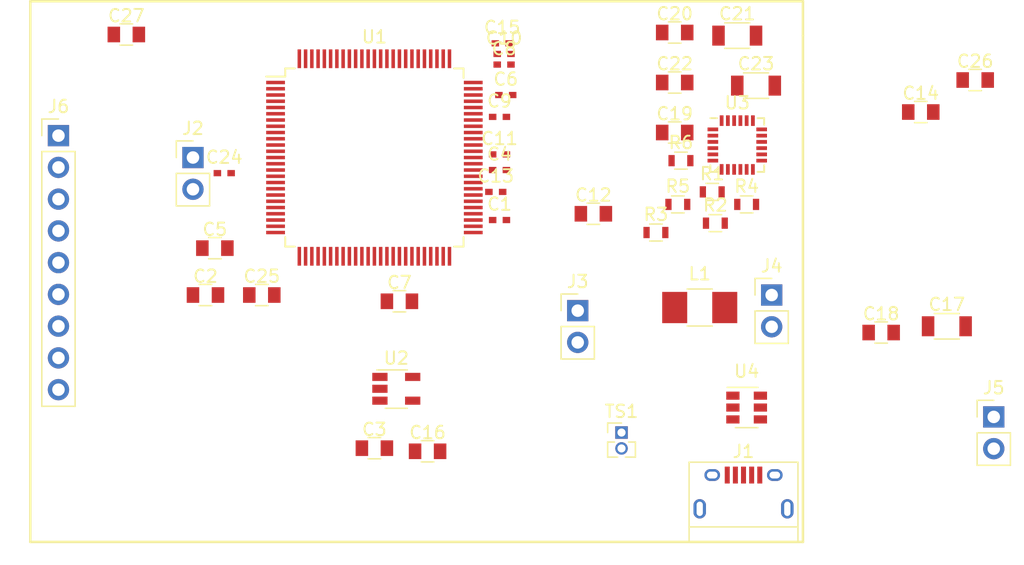
<source format=kicad_pcb>
(kicad_pcb (version 20171130) (host pcbnew 5.0.1)

  (general
    (thickness 1.6)
    (drawings 6)
    (tracks 0)
    (zones 0)
    (modules 45)
    (nets 121)
  )

  (page A4)
  (layers
    (0 F.Cu signal)
    (31 B.Cu signal)
    (32 B.Adhes user)
    (33 F.Adhes user)
    (34 B.Paste user)
    (35 F.Paste user)
    (36 B.SilkS user)
    (37 F.SilkS user)
    (38 B.Mask user)
    (39 F.Mask user)
    (40 Dwgs.User user)
    (41 Cmts.User user)
    (42 Eco1.User user)
    (43 Eco2.User user)
    (44 Edge.Cuts user)
    (45 Margin user)
    (46 B.CrtYd user)
    (47 F.CrtYd user)
    (48 B.Fab user)
    (49 F.Fab user)
  )

  (setup
    (last_trace_width 0.25)
    (trace_clearance 0.2)
    (zone_clearance 0.508)
    (zone_45_only no)
    (trace_min 0.2)
    (segment_width 0.2)
    (edge_width 0.15)
    (via_size 0.8)
    (via_drill 0.4)
    (via_min_size 0.4)
    (via_min_drill 0.3)
    (uvia_size 0.3)
    (uvia_drill 0.1)
    (uvias_allowed no)
    (uvia_min_size 0.2)
    (uvia_min_drill 0.1)
    (pcb_text_width 0.3)
    (pcb_text_size 1.5 1.5)
    (mod_edge_width 0.15)
    (mod_text_size 1 1)
    (mod_text_width 0.15)
    (pad_size 1.524 1.524)
    (pad_drill 0.762)
    (pad_to_mask_clearance 0.051)
    (solder_mask_min_width 0.25)
    (aux_axis_origin 0 0)
    (visible_elements FFFFFF7F)
    (pcbplotparams
      (layerselection 0x010fc_ffffffff)
      (usegerberextensions false)
      (usegerberattributes false)
      (usegerberadvancedattributes false)
      (creategerberjobfile false)
      (excludeedgelayer true)
      (linewidth 0.100000)
      (plotframeref false)
      (viasonmask false)
      (mode 1)
      (useauxorigin false)
      (hpglpennumber 1)
      (hpglpenspeed 20)
      (hpglpendiameter 15.000000)
      (psnegative false)
      (psa4output false)
      (plotreference true)
      (plotvalue true)
      (plotinvisibletext false)
      (padsonsilk false)
      (subtractmaskfromsilk false)
      (outputformat 1)
      (mirror false)
      (drillshape 1)
      (scaleselection 1)
      (outputdirectory ""))
  )

  (net 0 "")
  (net 1 +3V3)
  (net 2 GND)
  (net 3 VCCQ)
  (net 4 VBUS)
  (net 5 "Net-(C14-Pad1)")
  (net 6 "Net-(C16-Pad1)")
  (net 7 "Net-(C19-Pad1)")
  (net 8 "Net-(C20-Pad2)")
  (net 9 "Net-(C20-Pad1)")
  (net 10 "Net-(C21-Pad1)")
  (net 11 +BATT)
  (net 12 "Net-(C24-Pad1)")
  (net 13 "Net-(C25-Pad2)")
  (net 14 "Net-(C26-Pad2)")
  (net 15 "Net-(J1-Pad1)")
  (net 16 /power/USB_DM)
  (net 17 /power/USB_DP)
  (net 18 /power/USB_ID)
  (net 19 /display/CS)
  (net 20 /display/RST)
  (net 21 /display/DC)
  (net 22 /display/MOSI)
  (net 23 /display/SCK)
  (net 24 /display/LED)
  (net 25 /display/MISO)
  (net 26 "Net-(L1-Pad1)")
  (net 27 /power/BAT_SDA)
  (net 28 /power/BAT_SCL)
  (net 29 /power/BAT_INT)
  (net 30 "Net-(R4-Pad2)")
  (net 31 "Net-(R5-Pad2)")
  (net 32 "Net-(U1-Pad1)")
  (net 33 "Net-(U1-Pad2)")
  (net 34 "Net-(U1-Pad3)")
  (net 35 "Net-(U1-Pad4)")
  (net 36 "Net-(U1-Pad5)")
  (net 37 "Net-(U1-Pad7)")
  (net 38 "Net-(U1-Pad8)")
  (net 39 "Net-(U1-Pad9)")
  (net 40 "Net-(U1-Pad12)")
  (net 41 "Net-(U1-Pad13)")
  (net 42 "Net-(U1-Pad15)")
  (net 43 "Net-(U1-Pad16)")
  (net 44 "Net-(U1-Pad17)")
  (net 45 "Net-(U1-Pad18)")
  (net 46 "Net-(U1-Pad23)")
  (net 47 "Net-(U1-Pad24)")
  (net 48 "Net-(U1-Pad25)")
  (net 49 "Net-(U1-Pad26)")
  (net 50 "Net-(U1-Pad29)")
  (net 51 "Net-(U1-Pad30)")
  (net 52 "Net-(U1-Pad31)")
  (net 53 "Net-(U1-Pad32)")
  (net 54 "Net-(U1-Pad33)")
  (net 55 "Net-(U1-Pad34)")
  (net 56 "Net-(U1-Pad35)")
  (net 57 "Net-(U1-Pad36)")
  (net 58 "Net-(U1-Pad37)")
  (net 59 "Net-(U1-Pad38)")
  (net 60 "Net-(U1-Pad39)")
  (net 61 "Net-(U1-Pad40)")
  (net 62 "Net-(U1-Pad41)")
  (net 63 "Net-(U1-Pad42)")
  (net 64 "Net-(U1-Pad43)")
  (net 65 "Net-(U1-Pad44)")
  (net 66 "Net-(U1-Pad45)")
  (net 67 "Net-(U1-Pad46)")
  (net 68 "Net-(U1-Pad47)")
  (net 69 "Net-(U1-Pad48)")
  (net 70 "Net-(U1-Pad51)")
  (net 71 "Net-(U1-Pad52)")
  (net 72 "Net-(U1-Pad53)")
  (net 73 "Net-(U1-Pad54)")
  (net 74 "Net-(U1-Pad55)")
  (net 75 "Net-(U1-Pad56)")
  (net 76 "Net-(U1-Pad57)")
  (net 77 "Net-(U1-Pad58)")
  (net 78 "Net-(U1-Pad59)")
  (net 79 "Net-(U1-Pad60)")
  (net 80 "Net-(U1-Pad61)")
  (net 81 "Net-(U1-Pad62)")
  (net 82 "Net-(U1-Pad63)")
  (net 83 "Net-(U1-Pad64)")
  (net 84 "Net-(U1-Pad65)")
  (net 85 "Net-(U1-Pad66)")
  (net 86 "Net-(U1-Pad67)")
  (net 87 "Net-(U1-Pad68)")
  (net 88 "Net-(U1-Pad69)")
  (net 89 "Net-(U1-Pad70)")
  (net 90 "Net-(U1-Pad71)")
  (net 91 "Net-(U1-Pad72)")
  (net 92 "Net-(U1-Pad76)")
  (net 93 "Net-(U1-Pad77)")
  (net 94 "Net-(U1-Pad78)")
  (net 95 "Net-(U1-Pad79)")
  (net 96 "Net-(U1-Pad80)")
  (net 97 "Net-(U1-Pad81)")
  (net 98 "Net-(U1-Pad82)")
  (net 99 "Net-(U1-Pad83)")
  (net 100 "Net-(U1-Pad84)")
  (net 101 "Net-(U1-Pad85)")
  (net 102 "Net-(U1-Pad86)")
  (net 103 "Net-(U1-Pad87)")
  (net 104 "Net-(U1-Pad88)")
  (net 105 "Net-(U1-Pad89)")
  (net 106 "Net-(U1-Pad90)")
  (net 107 "Net-(U1-Pad91)")
  (net 108 "Net-(U1-Pad92)")
  (net 109 "Net-(U1-Pad93)")
  (net 110 "Net-(U1-Pad95)")
  (net 111 "Net-(U1-Pad96)")
  (net 112 "Net-(U1-Pad97)")
  (net 113 "Net-(U1-Pad98)")
  (net 114 /power/BAT_PSEL)
  (net 115 /power/BAT_PG)
  (net 116 "Net-(U3-Pad4)")
  (net 117 /power/BAT_OTG)
  (net 118 /power/BAT_CE)
  (net 119 "Net-(U3-Pad12)")
  (net 120 "Net-(U4-Pad3)")

  (net_class Default "This is the default net class."
    (clearance 0.2)
    (trace_width 0.25)
    (via_dia 0.8)
    (via_drill 0.4)
    (uvia_dia 0.3)
    (uvia_drill 0.1)
    (add_net +3V3)
    (add_net +BATT)
    (add_net /display/CS)
    (add_net /display/DC)
    (add_net /display/LED)
    (add_net /display/MISO)
    (add_net /display/MOSI)
    (add_net /display/RST)
    (add_net /display/SCK)
    (add_net /power/BAT_CE)
    (add_net /power/BAT_INT)
    (add_net /power/BAT_OTG)
    (add_net /power/BAT_PG)
    (add_net /power/BAT_PSEL)
    (add_net /power/BAT_SCL)
    (add_net /power/BAT_SDA)
    (add_net /power/USB_DM)
    (add_net /power/USB_DP)
    (add_net /power/USB_ID)
    (add_net GND)
    (add_net "Net-(C14-Pad1)")
    (add_net "Net-(C16-Pad1)")
    (add_net "Net-(C19-Pad1)")
    (add_net "Net-(C20-Pad1)")
    (add_net "Net-(C20-Pad2)")
    (add_net "Net-(C21-Pad1)")
    (add_net "Net-(C24-Pad1)")
    (add_net "Net-(C25-Pad2)")
    (add_net "Net-(C26-Pad2)")
    (add_net "Net-(J1-Pad1)")
    (add_net "Net-(L1-Pad1)")
    (add_net "Net-(R4-Pad2)")
    (add_net "Net-(R5-Pad2)")
    (add_net "Net-(U1-Pad1)")
    (add_net "Net-(U1-Pad12)")
    (add_net "Net-(U1-Pad13)")
    (add_net "Net-(U1-Pad15)")
    (add_net "Net-(U1-Pad16)")
    (add_net "Net-(U1-Pad17)")
    (add_net "Net-(U1-Pad18)")
    (add_net "Net-(U1-Pad2)")
    (add_net "Net-(U1-Pad23)")
    (add_net "Net-(U1-Pad24)")
    (add_net "Net-(U1-Pad25)")
    (add_net "Net-(U1-Pad26)")
    (add_net "Net-(U1-Pad29)")
    (add_net "Net-(U1-Pad3)")
    (add_net "Net-(U1-Pad30)")
    (add_net "Net-(U1-Pad31)")
    (add_net "Net-(U1-Pad32)")
    (add_net "Net-(U1-Pad33)")
    (add_net "Net-(U1-Pad34)")
    (add_net "Net-(U1-Pad35)")
    (add_net "Net-(U1-Pad36)")
    (add_net "Net-(U1-Pad37)")
    (add_net "Net-(U1-Pad38)")
    (add_net "Net-(U1-Pad39)")
    (add_net "Net-(U1-Pad4)")
    (add_net "Net-(U1-Pad40)")
    (add_net "Net-(U1-Pad41)")
    (add_net "Net-(U1-Pad42)")
    (add_net "Net-(U1-Pad43)")
    (add_net "Net-(U1-Pad44)")
    (add_net "Net-(U1-Pad45)")
    (add_net "Net-(U1-Pad46)")
    (add_net "Net-(U1-Pad47)")
    (add_net "Net-(U1-Pad48)")
    (add_net "Net-(U1-Pad5)")
    (add_net "Net-(U1-Pad51)")
    (add_net "Net-(U1-Pad52)")
    (add_net "Net-(U1-Pad53)")
    (add_net "Net-(U1-Pad54)")
    (add_net "Net-(U1-Pad55)")
    (add_net "Net-(U1-Pad56)")
    (add_net "Net-(U1-Pad57)")
    (add_net "Net-(U1-Pad58)")
    (add_net "Net-(U1-Pad59)")
    (add_net "Net-(U1-Pad60)")
    (add_net "Net-(U1-Pad61)")
    (add_net "Net-(U1-Pad62)")
    (add_net "Net-(U1-Pad63)")
    (add_net "Net-(U1-Pad64)")
    (add_net "Net-(U1-Pad65)")
    (add_net "Net-(U1-Pad66)")
    (add_net "Net-(U1-Pad67)")
    (add_net "Net-(U1-Pad68)")
    (add_net "Net-(U1-Pad69)")
    (add_net "Net-(U1-Pad7)")
    (add_net "Net-(U1-Pad70)")
    (add_net "Net-(U1-Pad71)")
    (add_net "Net-(U1-Pad72)")
    (add_net "Net-(U1-Pad76)")
    (add_net "Net-(U1-Pad77)")
    (add_net "Net-(U1-Pad78)")
    (add_net "Net-(U1-Pad79)")
    (add_net "Net-(U1-Pad8)")
    (add_net "Net-(U1-Pad80)")
    (add_net "Net-(U1-Pad81)")
    (add_net "Net-(U1-Pad82)")
    (add_net "Net-(U1-Pad83)")
    (add_net "Net-(U1-Pad84)")
    (add_net "Net-(U1-Pad85)")
    (add_net "Net-(U1-Pad86)")
    (add_net "Net-(U1-Pad87)")
    (add_net "Net-(U1-Pad88)")
    (add_net "Net-(U1-Pad89)")
    (add_net "Net-(U1-Pad9)")
    (add_net "Net-(U1-Pad90)")
    (add_net "Net-(U1-Pad91)")
    (add_net "Net-(U1-Pad92)")
    (add_net "Net-(U1-Pad93)")
    (add_net "Net-(U1-Pad95)")
    (add_net "Net-(U1-Pad96)")
    (add_net "Net-(U1-Pad97)")
    (add_net "Net-(U1-Pad98)")
    (add_net "Net-(U3-Pad12)")
    (add_net "Net-(U3-Pad4)")
    (add_net "Net-(U4-Pad3)")
    (add_net VBUS)
    (add_net VCCQ)
  )

  (module Capacitors_SMD:C_0402_NoSilk (layer F.Cu) (tedit 58AA8408) (tstamp 5C52E132)
    (at 166 89)
    (descr "Capacitor SMD 0402, reflow soldering, AVX (see smccp.pdf)")
    (tags "capacitor 0402")
    (path /5C3BFBF8/5C4B3C49)
    (attr smd)
    (fp_text reference C1 (at 0 -1.27) (layer F.SilkS)
      (effects (font (size 1 1) (thickness 0.15)))
    )
    (fp_text value 0.1u (at 0 1.27) (layer F.Fab)
      (effects (font (size 1 1) (thickness 0.15)))
    )
    (fp_text user %R (at 0 -1.27) (layer F.Fab)
      (effects (font (size 1 1) (thickness 0.15)))
    )
    (fp_line (start -0.5 0.25) (end -0.5 -0.25) (layer F.Fab) (width 0.1))
    (fp_line (start 0.5 0.25) (end -0.5 0.25) (layer F.Fab) (width 0.1))
    (fp_line (start 0.5 -0.25) (end 0.5 0.25) (layer F.Fab) (width 0.1))
    (fp_line (start -0.5 -0.25) (end 0.5 -0.25) (layer F.Fab) (width 0.1))
    (fp_line (start -1 -0.4) (end 1 -0.4) (layer F.CrtYd) (width 0.05))
    (fp_line (start -1 -0.4) (end -1 0.4) (layer F.CrtYd) (width 0.05))
    (fp_line (start 1 0.4) (end 1 -0.4) (layer F.CrtYd) (width 0.05))
    (fp_line (start 1 0.4) (end -1 0.4) (layer F.CrtYd) (width 0.05))
    (pad 1 smd rect (at -0.55 0) (size 0.6 0.5) (layers F.Cu F.Paste F.Mask)
      (net 1 +3V3))
    (pad 2 smd rect (at 0.55 0) (size 0.6 0.5) (layers F.Cu F.Paste F.Mask)
      (net 2 GND))
    (model Capacitors_SMD.3dshapes/C_0402.wrl
      (at (xyz 0 0 0))
      (scale (xyz 1 1 1))
      (rotate (xyz 0 0 0))
    )
  )

  (module Capacitors_SMD:C_0805 (layer F.Cu) (tedit 58AA8463) (tstamp 5C52E143)
    (at 142.5 95)
    (descr "Capacitor SMD 0805, reflow soldering, AVX (see smccp.pdf)")
    (tags "capacitor 0805")
    (path /5C3BFBF8/5C4B411D)
    (attr smd)
    (fp_text reference C2 (at 0 -1.5) (layer F.SilkS)
      (effects (font (size 1 1) (thickness 0.15)))
    )
    (fp_text value 1u (at 0 1.75) (layer F.Fab)
      (effects (font (size 1 1) (thickness 0.15)))
    )
    (fp_text user %R (at 0 -1.5) (layer F.Fab)
      (effects (font (size 1 1) (thickness 0.15)))
    )
    (fp_line (start -1 0.62) (end -1 -0.62) (layer F.Fab) (width 0.1))
    (fp_line (start 1 0.62) (end -1 0.62) (layer F.Fab) (width 0.1))
    (fp_line (start 1 -0.62) (end 1 0.62) (layer F.Fab) (width 0.1))
    (fp_line (start -1 -0.62) (end 1 -0.62) (layer F.Fab) (width 0.1))
    (fp_line (start 0.5 -0.85) (end -0.5 -0.85) (layer F.SilkS) (width 0.12))
    (fp_line (start -0.5 0.85) (end 0.5 0.85) (layer F.SilkS) (width 0.12))
    (fp_line (start -1.75 -0.88) (end 1.75 -0.88) (layer F.CrtYd) (width 0.05))
    (fp_line (start -1.75 -0.88) (end -1.75 0.87) (layer F.CrtYd) (width 0.05))
    (fp_line (start 1.75 0.87) (end 1.75 -0.88) (layer F.CrtYd) (width 0.05))
    (fp_line (start 1.75 0.87) (end -1.75 0.87) (layer F.CrtYd) (width 0.05))
    (pad 1 smd rect (at -1 0) (size 1 1.25) (layers F.Cu F.Paste F.Mask)
      (net 1 +3V3))
    (pad 2 smd rect (at 1 0) (size 1 1.25) (layers F.Cu F.Paste F.Mask)
      (net 2 GND))
    (model Capacitors_SMD.3dshapes/C_0805.wrl
      (at (xyz 0 0 0))
      (scale (xyz 1 1 1))
      (rotate (xyz 0 0 0))
    )
  )

  (module Capacitors_SMD:C_0805 (layer F.Cu) (tedit 58AA8463) (tstamp 5C52E154)
    (at 156 107.25)
    (descr "Capacitor SMD 0805, reflow soldering, AVX (see smccp.pdf)")
    (tags "capacitor 0805")
    (path /5C3BFBF8/5C3FAB67)
    (attr smd)
    (fp_text reference C3 (at 0 -1.5) (layer F.SilkS)
      (effects (font (size 1 1) (thickness 0.15)))
    )
    (fp_text value 4.7u (at 0 1.75) (layer F.Fab)
      (effects (font (size 1 1) (thickness 0.15)))
    )
    (fp_text user %R (at 0 -1.5) (layer F.Fab)
      (effects (font (size 1 1) (thickness 0.15)))
    )
    (fp_line (start -1 0.62) (end -1 -0.62) (layer F.Fab) (width 0.1))
    (fp_line (start 1 0.62) (end -1 0.62) (layer F.Fab) (width 0.1))
    (fp_line (start 1 -0.62) (end 1 0.62) (layer F.Fab) (width 0.1))
    (fp_line (start -1 -0.62) (end 1 -0.62) (layer F.Fab) (width 0.1))
    (fp_line (start 0.5 -0.85) (end -0.5 -0.85) (layer F.SilkS) (width 0.12))
    (fp_line (start -0.5 0.85) (end 0.5 0.85) (layer F.SilkS) (width 0.12))
    (fp_line (start -1.75 -0.88) (end 1.75 -0.88) (layer F.CrtYd) (width 0.05))
    (fp_line (start -1.75 -0.88) (end -1.75 0.87) (layer F.CrtYd) (width 0.05))
    (fp_line (start 1.75 0.87) (end 1.75 -0.88) (layer F.CrtYd) (width 0.05))
    (fp_line (start 1.75 0.87) (end -1.75 0.87) (layer F.CrtYd) (width 0.05))
    (pad 1 smd rect (at -1 0) (size 1 1.25) (layers F.Cu F.Paste F.Mask)
      (net 3 VCCQ))
    (pad 2 smd rect (at 1 0) (size 1 1.25) (layers F.Cu F.Paste F.Mask)
      (net 2 GND))
    (model Capacitors_SMD.3dshapes/C_0805.wrl
      (at (xyz 0 0 0))
      (scale (xyz 1 1 1))
      (rotate (xyz 0 0 0))
    )
  )

  (module Capacitors_SMD:C_0402_NoSilk (layer F.Cu) (tedit 58AA8408) (tstamp 5C52E163)
    (at 166 85)
    (descr "Capacitor SMD 0402, reflow soldering, AVX (see smccp.pdf)")
    (tags "capacitor 0402")
    (path /5C3BFBF8/5C4B3E25)
    (attr smd)
    (fp_text reference C4 (at 0 -1.27) (layer F.SilkS)
      (effects (font (size 1 1) (thickness 0.15)))
    )
    (fp_text value 0.1u (at 0 1.27) (layer F.Fab)
      (effects (font (size 1 1) (thickness 0.15)))
    )
    (fp_line (start 1 0.4) (end -1 0.4) (layer F.CrtYd) (width 0.05))
    (fp_line (start 1 0.4) (end 1 -0.4) (layer F.CrtYd) (width 0.05))
    (fp_line (start -1 -0.4) (end -1 0.4) (layer F.CrtYd) (width 0.05))
    (fp_line (start -1 -0.4) (end 1 -0.4) (layer F.CrtYd) (width 0.05))
    (fp_line (start -0.5 -0.25) (end 0.5 -0.25) (layer F.Fab) (width 0.1))
    (fp_line (start 0.5 -0.25) (end 0.5 0.25) (layer F.Fab) (width 0.1))
    (fp_line (start 0.5 0.25) (end -0.5 0.25) (layer F.Fab) (width 0.1))
    (fp_line (start -0.5 0.25) (end -0.5 -0.25) (layer F.Fab) (width 0.1))
    (fp_text user %R (at 0 -1.27) (layer F.Fab)
      (effects (font (size 1 1) (thickness 0.15)))
    )
    (pad 2 smd rect (at 0.55 0) (size 0.6 0.5) (layers F.Cu F.Paste F.Mask)
      (net 2 GND))
    (pad 1 smd rect (at -0.55 0) (size 0.6 0.5) (layers F.Cu F.Paste F.Mask)
      (net 1 +3V3))
    (model Capacitors_SMD.3dshapes/C_0402.wrl
      (at (xyz 0 0 0))
      (scale (xyz 1 1 1))
      (rotate (xyz 0 0 0))
    )
  )

  (module Capacitors_SMD:C_0805 (layer F.Cu) (tedit 58AA8463) (tstamp 5C52E174)
    (at 143.25 91.25)
    (descr "Capacitor SMD 0805, reflow soldering, AVX (see smccp.pdf)")
    (tags "capacitor 0805")
    (path /5C3BFBF8/5C5560E3)
    (attr smd)
    (fp_text reference C5 (at 0 -1.5) (layer F.SilkS)
      (effects (font (size 1 1) (thickness 0.15)))
    )
    (fp_text value 1u (at 0 1.75) (layer F.Fab)
      (effects (font (size 1 1) (thickness 0.15)))
    )
    (fp_line (start 1.75 0.87) (end -1.75 0.87) (layer F.CrtYd) (width 0.05))
    (fp_line (start 1.75 0.87) (end 1.75 -0.88) (layer F.CrtYd) (width 0.05))
    (fp_line (start -1.75 -0.88) (end -1.75 0.87) (layer F.CrtYd) (width 0.05))
    (fp_line (start -1.75 -0.88) (end 1.75 -0.88) (layer F.CrtYd) (width 0.05))
    (fp_line (start -0.5 0.85) (end 0.5 0.85) (layer F.SilkS) (width 0.12))
    (fp_line (start 0.5 -0.85) (end -0.5 -0.85) (layer F.SilkS) (width 0.12))
    (fp_line (start -1 -0.62) (end 1 -0.62) (layer F.Fab) (width 0.1))
    (fp_line (start 1 -0.62) (end 1 0.62) (layer F.Fab) (width 0.1))
    (fp_line (start 1 0.62) (end -1 0.62) (layer F.Fab) (width 0.1))
    (fp_line (start -1 0.62) (end -1 -0.62) (layer F.Fab) (width 0.1))
    (fp_text user %R (at 0 -1.5) (layer F.Fab)
      (effects (font (size 1 1) (thickness 0.15)))
    )
    (pad 2 smd rect (at 1 0) (size 1 1.25) (layers F.Cu F.Paste F.Mask)
      (net 2 GND))
    (pad 1 smd rect (at -1 0) (size 1 1.25) (layers F.Cu F.Paste F.Mask)
      (net 1 +3V3))
    (model Capacitors_SMD.3dshapes/C_0805.wrl
      (at (xyz 0 0 0))
      (scale (xyz 1 1 1))
      (rotate (xyz 0 0 0))
    )
  )

  (module Capacitors_SMD:C_0402_NoSilk (layer F.Cu) (tedit 58AA8408) (tstamp 5C52E183)
    (at 166.5 79)
    (descr "Capacitor SMD 0402, reflow soldering, AVX (see smccp.pdf)")
    (tags "capacitor 0402")
    (path /5C3BFBF8/5C4B3E71)
    (attr smd)
    (fp_text reference C6 (at 0 -1.27) (layer F.SilkS)
      (effects (font (size 1 1) (thickness 0.15)))
    )
    (fp_text value 0.1u (at 0 1.27) (layer F.Fab)
      (effects (font (size 1 1) (thickness 0.15)))
    )
    (fp_text user %R (at 0 -1.27) (layer F.Fab)
      (effects (font (size 1 1) (thickness 0.15)))
    )
    (fp_line (start -0.5 0.25) (end -0.5 -0.25) (layer F.Fab) (width 0.1))
    (fp_line (start 0.5 0.25) (end -0.5 0.25) (layer F.Fab) (width 0.1))
    (fp_line (start 0.5 -0.25) (end 0.5 0.25) (layer F.Fab) (width 0.1))
    (fp_line (start -0.5 -0.25) (end 0.5 -0.25) (layer F.Fab) (width 0.1))
    (fp_line (start -1 -0.4) (end 1 -0.4) (layer F.CrtYd) (width 0.05))
    (fp_line (start -1 -0.4) (end -1 0.4) (layer F.CrtYd) (width 0.05))
    (fp_line (start 1 0.4) (end 1 -0.4) (layer F.CrtYd) (width 0.05))
    (fp_line (start 1 0.4) (end -1 0.4) (layer F.CrtYd) (width 0.05))
    (pad 1 smd rect (at -0.55 0) (size 0.6 0.5) (layers F.Cu F.Paste F.Mask)
      (net 1 +3V3))
    (pad 2 smd rect (at 0.55 0) (size 0.6 0.5) (layers F.Cu F.Paste F.Mask)
      (net 2 GND))
    (model Capacitors_SMD.3dshapes/C_0402.wrl
      (at (xyz 0 0 0))
      (scale (xyz 1 1 1))
      (rotate (xyz 0 0 0))
    )
  )

  (module Capacitors_SMD:C_0805 (layer F.Cu) (tedit 58AA8463) (tstamp 5C52E194)
    (at 158 95.5)
    (descr "Capacitor SMD 0805, reflow soldering, AVX (see smccp.pdf)")
    (tags "capacitor 0805")
    (path /5C3BFBF8/5C56C0AF)
    (attr smd)
    (fp_text reference C7 (at 0 -1.5) (layer F.SilkS)
      (effects (font (size 1 1) (thickness 0.15)))
    )
    (fp_text value 4.7u (at 0 1.75) (layer F.Fab)
      (effects (font (size 1 1) (thickness 0.15)))
    )
    (fp_text user %R (at 0 -1.5) (layer F.Fab)
      (effects (font (size 1 1) (thickness 0.15)))
    )
    (fp_line (start -1 0.62) (end -1 -0.62) (layer F.Fab) (width 0.1))
    (fp_line (start 1 0.62) (end -1 0.62) (layer F.Fab) (width 0.1))
    (fp_line (start 1 -0.62) (end 1 0.62) (layer F.Fab) (width 0.1))
    (fp_line (start -1 -0.62) (end 1 -0.62) (layer F.Fab) (width 0.1))
    (fp_line (start 0.5 -0.85) (end -0.5 -0.85) (layer F.SilkS) (width 0.12))
    (fp_line (start -0.5 0.85) (end 0.5 0.85) (layer F.SilkS) (width 0.12))
    (fp_line (start -1.75 -0.88) (end 1.75 -0.88) (layer F.CrtYd) (width 0.05))
    (fp_line (start -1.75 -0.88) (end -1.75 0.87) (layer F.CrtYd) (width 0.05))
    (fp_line (start 1.75 0.87) (end 1.75 -0.88) (layer F.CrtYd) (width 0.05))
    (fp_line (start 1.75 0.87) (end -1.75 0.87) (layer F.CrtYd) (width 0.05))
    (pad 1 smd rect (at -1 0) (size 1 1.25) (layers F.Cu F.Paste F.Mask)
      (net 1 +3V3))
    (pad 2 smd rect (at 1 0) (size 1 1.25) (layers F.Cu F.Paste F.Mask)
      (net 2 GND))
    (model Capacitors_SMD.3dshapes/C_0805.wrl
      (at (xyz 0 0 0))
      (scale (xyz 1 1 1))
      (rotate (xyz 0 0 0))
    )
  )

  (module Capacitors_SMD:C_0402_NoSilk (layer F.Cu) (tedit 58AA8408) (tstamp 5C52E1A3)
    (at 166.365001 76.565001)
    (descr "Capacitor SMD 0402, reflow soldering, AVX (see smccp.pdf)")
    (tags "capacitor 0402")
    (path /5C3BFBF8/5C4B3EBF)
    (attr smd)
    (fp_text reference C8 (at 0 -1.27) (layer F.SilkS)
      (effects (font (size 1 1) (thickness 0.15)))
    )
    (fp_text value 0.1u (at 0.134999 1.184999) (layer F.Fab)
      (effects (font (size 1 1) (thickness 0.15)))
    )
    (fp_text user %R (at 0 -1.27) (layer F.Fab)
      (effects (font (size 1 1) (thickness 0.15)))
    )
    (fp_line (start -0.5 0.25) (end -0.5 -0.25) (layer F.Fab) (width 0.1))
    (fp_line (start 0.5 0.25) (end -0.5 0.25) (layer F.Fab) (width 0.1))
    (fp_line (start 0.5 -0.25) (end 0.5 0.25) (layer F.Fab) (width 0.1))
    (fp_line (start -0.5 -0.25) (end 0.5 -0.25) (layer F.Fab) (width 0.1))
    (fp_line (start -1 -0.4) (end 1 -0.4) (layer F.CrtYd) (width 0.05))
    (fp_line (start -1 -0.4) (end -1 0.4) (layer F.CrtYd) (width 0.05))
    (fp_line (start 1 0.4) (end 1 -0.4) (layer F.CrtYd) (width 0.05))
    (fp_line (start 1 0.4) (end -1 0.4) (layer F.CrtYd) (width 0.05))
    (pad 1 smd rect (at -0.55 0) (size 0.6 0.5) (layers F.Cu F.Paste F.Mask)
      (net 1 +3V3))
    (pad 2 smd rect (at 0.55 0) (size 0.6 0.5) (layers F.Cu F.Paste F.Mask)
      (net 2 GND))
    (model Capacitors_SMD.3dshapes/C_0402.wrl
      (at (xyz 0 0 0))
      (scale (xyz 1 1 1))
      (rotate (xyz 0 0 0))
    )
  )

  (module Capacitors_SMD:C_0402_NoSilk (layer F.Cu) (tedit 58AA8408) (tstamp 5C52E1B2)
    (at 166 80.75)
    (descr "Capacitor SMD 0402, reflow soldering, AVX (see smccp.pdf)")
    (tags "capacitor 0402")
    (path /5C3BFBF8/5C4B3F0F)
    (attr smd)
    (fp_text reference C9 (at 0 -1.27) (layer F.SilkS)
      (effects (font (size 1 1) (thickness 0.15)))
    )
    (fp_text value 0.1u (at 0 1.27) (layer F.Fab)
      (effects (font (size 1 1) (thickness 0.15)))
    )
    (fp_line (start 1 0.4) (end -1 0.4) (layer F.CrtYd) (width 0.05))
    (fp_line (start 1 0.4) (end 1 -0.4) (layer F.CrtYd) (width 0.05))
    (fp_line (start -1 -0.4) (end -1 0.4) (layer F.CrtYd) (width 0.05))
    (fp_line (start -1 -0.4) (end 1 -0.4) (layer F.CrtYd) (width 0.05))
    (fp_line (start -0.5 -0.25) (end 0.5 -0.25) (layer F.Fab) (width 0.1))
    (fp_line (start 0.5 -0.25) (end 0.5 0.25) (layer F.Fab) (width 0.1))
    (fp_line (start 0.5 0.25) (end -0.5 0.25) (layer F.Fab) (width 0.1))
    (fp_line (start -0.5 0.25) (end -0.5 -0.25) (layer F.Fab) (width 0.1))
    (fp_text user %R (at 0 -1.27) (layer F.Fab)
      (effects (font (size 1 1) (thickness 0.15)))
    )
    (pad 2 smd rect (at 0.55 0) (size 0.6 0.5) (layers F.Cu F.Paste F.Mask)
      (net 2 GND))
    (pad 1 smd rect (at -0.55 0) (size 0.6 0.5) (layers F.Cu F.Paste F.Mask)
      (net 1 +3V3))
    (model Capacitors_SMD.3dshapes/C_0402.wrl
      (at (xyz 0 0 0))
      (scale (xyz 1 1 1))
      (rotate (xyz 0 0 0))
    )
  )

  (module Capacitors_SMD:C_0402_NoSilk (layer F.Cu) (tedit 58AA8408) (tstamp 5C52E1C1)
    (at 166.365001 75.715001)
    (descr "Capacitor SMD 0402, reflow soldering, AVX (see smccp.pdf)")
    (tags "capacitor 0402")
    (path /5C3BFBF8/5C4B3F61)
    (attr smd)
    (fp_text reference C10 (at 0 -1.27) (layer F.SilkS)
      (effects (font (size 1 1) (thickness 0.15)))
    )
    (fp_text value 0.1u (at 0 1.27) (layer F.Fab)
      (effects (font (size 1 1) (thickness 0.15)))
    )
    (fp_text user %R (at 0 -1.27) (layer F.Fab)
      (effects (font (size 1 1) (thickness 0.15)))
    )
    (fp_line (start -0.5 0.25) (end -0.5 -0.25) (layer F.Fab) (width 0.1))
    (fp_line (start 0.5 0.25) (end -0.5 0.25) (layer F.Fab) (width 0.1))
    (fp_line (start 0.5 -0.25) (end 0.5 0.25) (layer F.Fab) (width 0.1))
    (fp_line (start -0.5 -0.25) (end 0.5 -0.25) (layer F.Fab) (width 0.1))
    (fp_line (start -1 -0.4) (end 1 -0.4) (layer F.CrtYd) (width 0.05))
    (fp_line (start -1 -0.4) (end -1 0.4) (layer F.CrtYd) (width 0.05))
    (fp_line (start 1 0.4) (end 1 -0.4) (layer F.CrtYd) (width 0.05))
    (fp_line (start 1 0.4) (end -1 0.4) (layer F.CrtYd) (width 0.05))
    (pad 1 smd rect (at -0.55 0) (size 0.6 0.5) (layers F.Cu F.Paste F.Mask)
      (net 1 +3V3))
    (pad 2 smd rect (at 0.55 0) (size 0.6 0.5) (layers F.Cu F.Paste F.Mask)
      (net 2 GND))
    (model Capacitors_SMD.3dshapes/C_0402.wrl
      (at (xyz 0 0 0))
      (scale (xyz 1 1 1))
      (rotate (xyz 0 0 0))
    )
  )

  (module Capacitors_SMD:C_0402_NoSilk (layer F.Cu) (tedit 58AA8408) (tstamp 5C52E1D0)
    (at 166 83.75)
    (descr "Capacitor SMD 0402, reflow soldering, AVX (see smccp.pdf)")
    (tags "capacitor 0402")
    (path /5C3BFBF8/5C4B3FB5)
    (attr smd)
    (fp_text reference C11 (at 0 -1.27) (layer F.SilkS)
      (effects (font (size 1 1) (thickness 0.15)))
    )
    (fp_text value 0.1u (at 0 1.27) (layer F.Fab)
      (effects (font (size 1 1) (thickness 0.15)))
    )
    (fp_line (start 1 0.4) (end -1 0.4) (layer F.CrtYd) (width 0.05))
    (fp_line (start 1 0.4) (end 1 -0.4) (layer F.CrtYd) (width 0.05))
    (fp_line (start -1 -0.4) (end -1 0.4) (layer F.CrtYd) (width 0.05))
    (fp_line (start -1 -0.4) (end 1 -0.4) (layer F.CrtYd) (width 0.05))
    (fp_line (start -0.5 -0.25) (end 0.5 -0.25) (layer F.Fab) (width 0.1))
    (fp_line (start 0.5 -0.25) (end 0.5 0.25) (layer F.Fab) (width 0.1))
    (fp_line (start 0.5 0.25) (end -0.5 0.25) (layer F.Fab) (width 0.1))
    (fp_line (start -0.5 0.25) (end -0.5 -0.25) (layer F.Fab) (width 0.1))
    (fp_text user %R (at 0 -1.27) (layer F.Fab)
      (effects (font (size 1 1) (thickness 0.15)))
    )
    (pad 2 smd rect (at 0.55 0) (size 0.6 0.5) (layers F.Cu F.Paste F.Mask)
      (net 2 GND))
    (pad 1 smd rect (at -0.55 0) (size 0.6 0.5) (layers F.Cu F.Paste F.Mask)
      (net 1 +3V3))
    (model Capacitors_SMD.3dshapes/C_0402.wrl
      (at (xyz 0 0 0))
      (scale (xyz 1 1 1))
      (rotate (xyz 0 0 0))
    )
  )

  (module Capacitors_SMD:C_0805 (layer F.Cu) (tedit 58AA8463) (tstamp 5C52E1E1)
    (at 173.5 88.5)
    (descr "Capacitor SMD 0805, reflow soldering, AVX (see smccp.pdf)")
    (tags "capacitor 0805")
    (path /5C3BFBF8/5C3BED09)
    (attr smd)
    (fp_text reference C12 (at 0 -1.5) (layer F.SilkS)
      (effects (font (size 1 1) (thickness 0.15)))
    )
    (fp_text value 1u (at 0 1.75) (layer F.Fab)
      (effects (font (size 1 1) (thickness 0.15)))
    )
    (fp_text user %R (at 0 -1.5) (layer F.Fab)
      (effects (font (size 1 1) (thickness 0.15)))
    )
    (fp_line (start -1 0.62) (end -1 -0.62) (layer F.Fab) (width 0.1))
    (fp_line (start 1 0.62) (end -1 0.62) (layer F.Fab) (width 0.1))
    (fp_line (start 1 -0.62) (end 1 0.62) (layer F.Fab) (width 0.1))
    (fp_line (start -1 -0.62) (end 1 -0.62) (layer F.Fab) (width 0.1))
    (fp_line (start 0.5 -0.85) (end -0.5 -0.85) (layer F.SilkS) (width 0.12))
    (fp_line (start -0.5 0.85) (end 0.5 0.85) (layer F.SilkS) (width 0.12))
    (fp_line (start -1.75 -0.88) (end 1.75 -0.88) (layer F.CrtYd) (width 0.05))
    (fp_line (start -1.75 -0.88) (end -1.75 0.87) (layer F.CrtYd) (width 0.05))
    (fp_line (start 1.75 0.87) (end 1.75 -0.88) (layer F.CrtYd) (width 0.05))
    (fp_line (start 1.75 0.87) (end -1.75 0.87) (layer F.CrtYd) (width 0.05))
    (pad 1 smd rect (at -1 0) (size 1 1.25) (layers F.Cu F.Paste F.Mask)
      (net 4 VBUS))
    (pad 2 smd rect (at 1 0) (size 1 1.25) (layers F.Cu F.Paste F.Mask)
      (net 2 GND))
    (model Capacitors_SMD.3dshapes/C_0805.wrl
      (at (xyz 0 0 0))
      (scale (xyz 1 1 1))
      (rotate (xyz 0 0 0))
    )
  )

  (module Capacitors_SMD:C_0402_NoSilk (layer F.Cu) (tedit 58AA8408) (tstamp 5C52E1F0)
    (at 165.7 86.75)
    (descr "Capacitor SMD 0402, reflow soldering, AVX (see smccp.pdf)")
    (tags "capacitor 0402")
    (path /5C3BFBF8/5C4B400F)
    (attr smd)
    (fp_text reference C13 (at 0 -1.27) (layer F.SilkS)
      (effects (font (size 1 1) (thickness 0.15)))
    )
    (fp_text value 0.1u (at 0 1.27) (layer F.Fab)
      (effects (font (size 1 1) (thickness 0.15)))
    )
    (fp_text user %R (at 0 -1.27) (layer F.Fab)
      (effects (font (size 1 1) (thickness 0.15)))
    )
    (fp_line (start -0.5 0.25) (end -0.5 -0.25) (layer F.Fab) (width 0.1))
    (fp_line (start 0.5 0.25) (end -0.5 0.25) (layer F.Fab) (width 0.1))
    (fp_line (start 0.5 -0.25) (end 0.5 0.25) (layer F.Fab) (width 0.1))
    (fp_line (start -0.5 -0.25) (end 0.5 -0.25) (layer F.Fab) (width 0.1))
    (fp_line (start -1 -0.4) (end 1 -0.4) (layer F.CrtYd) (width 0.05))
    (fp_line (start -1 -0.4) (end -1 0.4) (layer F.CrtYd) (width 0.05))
    (fp_line (start 1 0.4) (end 1 -0.4) (layer F.CrtYd) (width 0.05))
    (fp_line (start 1 0.4) (end -1 0.4) (layer F.CrtYd) (width 0.05))
    (pad 1 smd rect (at -0.55 0) (size 0.6 0.5) (layers F.Cu F.Paste F.Mask)
      (net 1 +3V3))
    (pad 2 smd rect (at 0.55 0) (size 0.6 0.5) (layers F.Cu F.Paste F.Mask)
      (net 2 GND))
    (model Capacitors_SMD.3dshapes/C_0402.wrl
      (at (xyz 0 0 0))
      (scale (xyz 1 1 1))
      (rotate (xyz 0 0 0))
    )
  )

  (module Capacitors_SMD:C_0805 (layer F.Cu) (tedit 58AA8463) (tstamp 5C52E201)
    (at 199.665001 80.360001)
    (descr "Capacitor SMD 0805, reflow soldering, AVX (see smccp.pdf)")
    (tags "capacitor 0805")
    (path /5C3BFBF8/5C3C0697)
    (attr smd)
    (fp_text reference C14 (at 0 -1.5) (layer F.SilkS)
      (effects (font (size 1 1) (thickness 0.15)))
    )
    (fp_text value 8.2u (at 0 1.75) (layer F.Fab)
      (effects (font (size 1 1) (thickness 0.15)))
    )
    (fp_line (start 1.75 0.87) (end -1.75 0.87) (layer F.CrtYd) (width 0.05))
    (fp_line (start 1.75 0.87) (end 1.75 -0.88) (layer F.CrtYd) (width 0.05))
    (fp_line (start -1.75 -0.88) (end -1.75 0.87) (layer F.CrtYd) (width 0.05))
    (fp_line (start -1.75 -0.88) (end 1.75 -0.88) (layer F.CrtYd) (width 0.05))
    (fp_line (start -0.5 0.85) (end 0.5 0.85) (layer F.SilkS) (width 0.12))
    (fp_line (start 0.5 -0.85) (end -0.5 -0.85) (layer F.SilkS) (width 0.12))
    (fp_line (start -1 -0.62) (end 1 -0.62) (layer F.Fab) (width 0.1))
    (fp_line (start 1 -0.62) (end 1 0.62) (layer F.Fab) (width 0.1))
    (fp_line (start 1 0.62) (end -1 0.62) (layer F.Fab) (width 0.1))
    (fp_line (start -1 0.62) (end -1 -0.62) (layer F.Fab) (width 0.1))
    (fp_text user %R (at 0 -1.5) (layer F.Fab)
      (effects (font (size 1 1) (thickness 0.15)))
    )
    (pad 2 smd rect (at 1 0) (size 1 1.25) (layers F.Cu F.Paste F.Mask)
      (net 2 GND))
    (pad 1 smd rect (at -1 0) (size 1 1.25) (layers F.Cu F.Paste F.Mask)
      (net 5 "Net-(C14-Pad1)"))
    (model Capacitors_SMD.3dshapes/C_0805.wrl
      (at (xyz 0 0 0))
      (scale (xyz 1 1 1))
      (rotate (xyz 0 0 0))
    )
  )

  (module Capacitors_SMD:C_0402_NoSilk (layer F.Cu) (tedit 58AA8408) (tstamp 5C52E210)
    (at 166.215001 74.865001)
    (descr "Capacitor SMD 0402, reflow soldering, AVX (see smccp.pdf)")
    (tags "capacitor 0402")
    (path /5C3BFBF8/5C4B4067)
    (attr smd)
    (fp_text reference C15 (at 0 -1.27) (layer F.SilkS)
      (effects (font (size 1 1) (thickness 0.15)))
    )
    (fp_text value 0.1u (at 0 1.27) (layer F.Fab)
      (effects (font (size 1 1) (thickness 0.15)))
    )
    (fp_line (start 1 0.4) (end -1 0.4) (layer F.CrtYd) (width 0.05))
    (fp_line (start 1 0.4) (end 1 -0.4) (layer F.CrtYd) (width 0.05))
    (fp_line (start -1 -0.4) (end -1 0.4) (layer F.CrtYd) (width 0.05))
    (fp_line (start -1 -0.4) (end 1 -0.4) (layer F.CrtYd) (width 0.05))
    (fp_line (start -0.5 -0.25) (end 0.5 -0.25) (layer F.Fab) (width 0.1))
    (fp_line (start 0.5 -0.25) (end 0.5 0.25) (layer F.Fab) (width 0.1))
    (fp_line (start 0.5 0.25) (end -0.5 0.25) (layer F.Fab) (width 0.1))
    (fp_line (start -0.5 0.25) (end -0.5 -0.25) (layer F.Fab) (width 0.1))
    (fp_text user %R (at 0 -1.27) (layer F.Fab)
      (effects (font (size 1 1) (thickness 0.15)))
    )
    (pad 2 smd rect (at 0.55 0) (size 0.6 0.5) (layers F.Cu F.Paste F.Mask)
      (net 2 GND))
    (pad 1 smd rect (at -0.55 0) (size 0.6 0.5) (layers F.Cu F.Paste F.Mask)
      (net 1 +3V3))
    (model Capacitors_SMD.3dshapes/C_0402.wrl
      (at (xyz 0 0 0))
      (scale (xyz 1 1 1))
      (rotate (xyz 0 0 0))
    )
  )

  (module Capacitors_SMD:C_0805 (layer F.Cu) (tedit 58AA8463) (tstamp 5C52E221)
    (at 160.25 107.5)
    (descr "Capacitor SMD 0805, reflow soldering, AVX (see smccp.pdf)")
    (tags "capacitor 0805")
    (path /5C3BFBF8/5C40575B)
    (attr smd)
    (fp_text reference C16 (at 0 -1.5) (layer F.SilkS)
      (effects (font (size 1 1) (thickness 0.15)))
    )
    (fp_text value 10u (at 0 1.75) (layer F.Fab)
      (effects (font (size 1 1) (thickness 0.15)))
    )
    (fp_line (start 1.75 0.87) (end -1.75 0.87) (layer F.CrtYd) (width 0.05))
    (fp_line (start 1.75 0.87) (end 1.75 -0.88) (layer F.CrtYd) (width 0.05))
    (fp_line (start -1.75 -0.88) (end -1.75 0.87) (layer F.CrtYd) (width 0.05))
    (fp_line (start -1.75 -0.88) (end 1.75 -0.88) (layer F.CrtYd) (width 0.05))
    (fp_line (start -0.5 0.85) (end 0.5 0.85) (layer F.SilkS) (width 0.12))
    (fp_line (start 0.5 -0.85) (end -0.5 -0.85) (layer F.SilkS) (width 0.12))
    (fp_line (start -1 -0.62) (end 1 -0.62) (layer F.Fab) (width 0.1))
    (fp_line (start 1 -0.62) (end 1 0.62) (layer F.Fab) (width 0.1))
    (fp_line (start 1 0.62) (end -1 0.62) (layer F.Fab) (width 0.1))
    (fp_line (start -1 0.62) (end -1 -0.62) (layer F.Fab) (width 0.1))
    (fp_text user %R (at 0 -1.5) (layer F.Fab)
      (effects (font (size 1 1) (thickness 0.15)))
    )
    (pad 2 smd rect (at 1 0) (size 1 1.25) (layers F.Cu F.Paste F.Mask)
      (net 2 GND))
    (pad 1 smd rect (at -1 0) (size 1 1.25) (layers F.Cu F.Paste F.Mask)
      (net 6 "Net-(C16-Pad1)"))
    (model Capacitors_SMD.3dshapes/C_0805.wrl
      (at (xyz 0 0 0))
      (scale (xyz 1 1 1))
      (rotate (xyz 0 0 0))
    )
  )

  (module Capacitors_SMD:C_1206 (layer F.Cu) (tedit 58AA84B8) (tstamp 5C52E232)
    (at 201.75 97.5)
    (descr "Capacitor SMD 1206, reflow soldering, AVX (see smccp.pdf)")
    (tags "capacitor 1206")
    (path /5C3BFBF8/5C58FF3E)
    (attr smd)
    (fp_text reference C17 (at 0 -1.75) (layer F.SilkS)
      (effects (font (size 1 1) (thickness 0.15)))
    )
    (fp_text value 20u (at 0 2) (layer F.Fab)
      (effects (font (size 1 1) (thickness 0.15)))
    )
    (fp_text user %R (at 0 -1.75) (layer F.Fab)
      (effects (font (size 1 1) (thickness 0.15)))
    )
    (fp_line (start -1.6 0.8) (end -1.6 -0.8) (layer F.Fab) (width 0.1))
    (fp_line (start 1.6 0.8) (end -1.6 0.8) (layer F.Fab) (width 0.1))
    (fp_line (start 1.6 -0.8) (end 1.6 0.8) (layer F.Fab) (width 0.1))
    (fp_line (start -1.6 -0.8) (end 1.6 -0.8) (layer F.Fab) (width 0.1))
    (fp_line (start 1 -1.02) (end -1 -1.02) (layer F.SilkS) (width 0.12))
    (fp_line (start -1 1.02) (end 1 1.02) (layer F.SilkS) (width 0.12))
    (fp_line (start -2.25 -1.05) (end 2.25 -1.05) (layer F.CrtYd) (width 0.05))
    (fp_line (start -2.25 -1.05) (end -2.25 1.05) (layer F.CrtYd) (width 0.05))
    (fp_line (start 2.25 1.05) (end 2.25 -1.05) (layer F.CrtYd) (width 0.05))
    (fp_line (start 2.25 1.05) (end -2.25 1.05) (layer F.CrtYd) (width 0.05))
    (pad 1 smd rect (at -1.5 0) (size 1 1.6) (layers F.Cu F.Paste F.Mask)
      (net 4 VBUS))
    (pad 2 smd rect (at 1.5 0) (size 1 1.6) (layers F.Cu F.Paste F.Mask)
      (net 2 GND))
    (model Capacitors_SMD.3dshapes/C_1206.wrl
      (at (xyz 0 0 0))
      (scale (xyz 1 1 1))
      (rotate (xyz 0 0 0))
    )
  )

  (module Capacitors_SMD:C_0805 (layer F.Cu) (tedit 58AA8463) (tstamp 5C52E243)
    (at 196.5 98)
    (descr "Capacitor SMD 0805, reflow soldering, AVX (see smccp.pdf)")
    (tags "capacitor 0805")
    (path /5C3BFBF8/5C63C15B)
    (attr smd)
    (fp_text reference C18 (at 0 -1.5) (layer F.SilkS)
      (effects (font (size 1 1) (thickness 0.15)))
    )
    (fp_text value 1u (at 0 1.75) (layer F.Fab)
      (effects (font (size 1 1) (thickness 0.15)))
    )
    (fp_line (start 1.75 0.87) (end -1.75 0.87) (layer F.CrtYd) (width 0.05))
    (fp_line (start 1.75 0.87) (end 1.75 -0.88) (layer F.CrtYd) (width 0.05))
    (fp_line (start -1.75 -0.88) (end -1.75 0.87) (layer F.CrtYd) (width 0.05))
    (fp_line (start -1.75 -0.88) (end 1.75 -0.88) (layer F.CrtYd) (width 0.05))
    (fp_line (start -0.5 0.85) (end 0.5 0.85) (layer F.SilkS) (width 0.12))
    (fp_line (start 0.5 -0.85) (end -0.5 -0.85) (layer F.SilkS) (width 0.12))
    (fp_line (start -1 -0.62) (end 1 -0.62) (layer F.Fab) (width 0.1))
    (fp_line (start 1 -0.62) (end 1 0.62) (layer F.Fab) (width 0.1))
    (fp_line (start 1 0.62) (end -1 0.62) (layer F.Fab) (width 0.1))
    (fp_line (start -1 0.62) (end -1 -0.62) (layer F.Fab) (width 0.1))
    (fp_text user %R (at 0 -1.5) (layer F.Fab)
      (effects (font (size 1 1) (thickness 0.15)))
    )
    (pad 2 smd rect (at 1 0) (size 1 1.25) (layers F.Cu F.Paste F.Mask)
      (net 2 GND))
    (pad 1 smd rect (at -1 0) (size 1 1.25) (layers F.Cu F.Paste F.Mask)
      (net 4 VBUS))
    (model Capacitors_SMD.3dshapes/C_0805.wrl
      (at (xyz 0 0 0))
      (scale (xyz 1 1 1))
      (rotate (xyz 0 0 0))
    )
  )

  (module Capacitors_SMD:C_0805 (layer F.Cu) (tedit 58AA8463) (tstamp 5C52E254)
    (at 180 82)
    (descr "Capacitor SMD 0805, reflow soldering, AVX (see smccp.pdf)")
    (tags "capacitor 0805")
    (path /5C3BFBF8/5C3B89EA)
    (attr smd)
    (fp_text reference C19 (at 0 -1.5) (layer F.SilkS)
      (effects (font (size 1 1) (thickness 0.15)))
    )
    (fp_text value 4.7u (at 0 1.75) (layer F.Fab)
      (effects (font (size 1 1) (thickness 0.15)))
    )
    (fp_line (start 1.75 0.87) (end -1.75 0.87) (layer F.CrtYd) (width 0.05))
    (fp_line (start 1.75 0.87) (end 1.75 -0.88) (layer F.CrtYd) (width 0.05))
    (fp_line (start -1.75 -0.88) (end -1.75 0.87) (layer F.CrtYd) (width 0.05))
    (fp_line (start -1.75 -0.88) (end 1.75 -0.88) (layer F.CrtYd) (width 0.05))
    (fp_line (start -0.5 0.85) (end 0.5 0.85) (layer F.SilkS) (width 0.12))
    (fp_line (start 0.5 -0.85) (end -0.5 -0.85) (layer F.SilkS) (width 0.12))
    (fp_line (start -1 -0.62) (end 1 -0.62) (layer F.Fab) (width 0.1))
    (fp_line (start 1 -0.62) (end 1 0.62) (layer F.Fab) (width 0.1))
    (fp_line (start 1 0.62) (end -1 0.62) (layer F.Fab) (width 0.1))
    (fp_line (start -1 0.62) (end -1 -0.62) (layer F.Fab) (width 0.1))
    (fp_text user %R (at 0 -1.5) (layer F.Fab)
      (effects (font (size 1 1) (thickness 0.15)))
    )
    (pad 2 smd rect (at 1 0) (size 1 1.25) (layers F.Cu F.Paste F.Mask)
      (net 2 GND))
    (pad 1 smd rect (at -1 0) (size 1 1.25) (layers F.Cu F.Paste F.Mask)
      (net 7 "Net-(C19-Pad1)"))
    (model Capacitors_SMD.3dshapes/C_0805.wrl
      (at (xyz 0 0 0))
      (scale (xyz 1 1 1))
      (rotate (xyz 0 0 0))
    )
  )

  (module Capacitors_SMD:C_0805 (layer F.Cu) (tedit 58AA8463) (tstamp 5C52E265)
    (at 180 74)
    (descr "Capacitor SMD 0805, reflow soldering, AVX (see smccp.pdf)")
    (tags "capacitor 0805")
    (path /5C3BFBF8/5C3BFF84)
    (attr smd)
    (fp_text reference C20 (at 0 -1.5) (layer F.SilkS)
      (effects (font (size 1 1) (thickness 0.15)))
    )
    (fp_text value 47n (at 0 1.75) (layer F.Fab)
      (effects (font (size 1 1) (thickness 0.15)))
    )
    (fp_line (start 1.75 0.87) (end -1.75 0.87) (layer F.CrtYd) (width 0.05))
    (fp_line (start 1.75 0.87) (end 1.75 -0.88) (layer F.CrtYd) (width 0.05))
    (fp_line (start -1.75 -0.88) (end -1.75 0.87) (layer F.CrtYd) (width 0.05))
    (fp_line (start -1.75 -0.88) (end 1.75 -0.88) (layer F.CrtYd) (width 0.05))
    (fp_line (start -0.5 0.85) (end 0.5 0.85) (layer F.SilkS) (width 0.12))
    (fp_line (start 0.5 -0.85) (end -0.5 -0.85) (layer F.SilkS) (width 0.12))
    (fp_line (start -1 -0.62) (end 1 -0.62) (layer F.Fab) (width 0.1))
    (fp_line (start 1 -0.62) (end 1 0.62) (layer F.Fab) (width 0.1))
    (fp_line (start 1 0.62) (end -1 0.62) (layer F.Fab) (width 0.1))
    (fp_line (start -1 0.62) (end -1 -0.62) (layer F.Fab) (width 0.1))
    (fp_text user %R (at 0 -1.5) (layer F.Fab)
      (effects (font (size 1 1) (thickness 0.15)))
    )
    (pad 2 smd rect (at 1 0) (size 1 1.25) (layers F.Cu F.Paste F.Mask)
      (net 8 "Net-(C20-Pad2)"))
    (pad 1 smd rect (at -1 0) (size 1 1.25) (layers F.Cu F.Paste F.Mask)
      (net 9 "Net-(C20-Pad1)"))
    (model Capacitors_SMD.3dshapes/C_0805.wrl
      (at (xyz 0 0 0))
      (scale (xyz 1 1 1))
      (rotate (xyz 0 0 0))
    )
  )

  (module Capacitors_SMD:C_1206 (layer F.Cu) (tedit 58AA84B8) (tstamp 5C52E276)
    (at 185 74.25)
    (descr "Capacitor SMD 1206, reflow soldering, AVX (see smccp.pdf)")
    (tags "capacitor 1206")
    (path /5C3BFBF8/5C57CE79)
    (attr smd)
    (fp_text reference C21 (at 0 -1.75) (layer F.SilkS)
      (effects (font (size 1 1) (thickness 0.15)))
    )
    (fp_text value 20u (at 0 2) (layer F.Fab)
      (effects (font (size 1 1) (thickness 0.15)))
    )
    (fp_line (start 2.25 1.05) (end -2.25 1.05) (layer F.CrtYd) (width 0.05))
    (fp_line (start 2.25 1.05) (end 2.25 -1.05) (layer F.CrtYd) (width 0.05))
    (fp_line (start -2.25 -1.05) (end -2.25 1.05) (layer F.CrtYd) (width 0.05))
    (fp_line (start -2.25 -1.05) (end 2.25 -1.05) (layer F.CrtYd) (width 0.05))
    (fp_line (start -1 1.02) (end 1 1.02) (layer F.SilkS) (width 0.12))
    (fp_line (start 1 -1.02) (end -1 -1.02) (layer F.SilkS) (width 0.12))
    (fp_line (start -1.6 -0.8) (end 1.6 -0.8) (layer F.Fab) (width 0.1))
    (fp_line (start 1.6 -0.8) (end 1.6 0.8) (layer F.Fab) (width 0.1))
    (fp_line (start 1.6 0.8) (end -1.6 0.8) (layer F.Fab) (width 0.1))
    (fp_line (start -1.6 0.8) (end -1.6 -0.8) (layer F.Fab) (width 0.1))
    (fp_text user %R (at 0 -1.75) (layer F.Fab)
      (effects (font (size 1 1) (thickness 0.15)))
    )
    (pad 2 smd rect (at 1.5 0) (size 1 1.6) (layers F.Cu F.Paste F.Mask)
      (net 2 GND))
    (pad 1 smd rect (at -1.5 0) (size 1 1.6) (layers F.Cu F.Paste F.Mask)
      (net 10 "Net-(C21-Pad1)"))
    (model Capacitors_SMD.3dshapes/C_1206.wrl
      (at (xyz 0 0 0))
      (scale (xyz 1 1 1))
      (rotate (xyz 0 0 0))
    )
  )

  (module Capacitors_SMD:C_0805 (layer F.Cu) (tedit 58AA8463) (tstamp 5C52E287)
    (at 180 78)
    (descr "Capacitor SMD 0805, reflow soldering, AVX (see smccp.pdf)")
    (tags "capacitor 0805")
    (path /5C3BFBF8/5C3B7D48)
    (attr smd)
    (fp_text reference C22 (at 0 -1.5) (layer F.SilkS)
      (effects (font (size 1 1) (thickness 0.15)))
    )
    (fp_text value 10u (at 0 1.75) (layer F.Fab)
      (effects (font (size 1 1) (thickness 0.15)))
    )
    (fp_text user %R (at 0 -1.5) (layer F.Fab)
      (effects (font (size 1 1) (thickness 0.15)))
    )
    (fp_line (start -1 0.62) (end -1 -0.62) (layer F.Fab) (width 0.1))
    (fp_line (start 1 0.62) (end -1 0.62) (layer F.Fab) (width 0.1))
    (fp_line (start 1 -0.62) (end 1 0.62) (layer F.Fab) (width 0.1))
    (fp_line (start -1 -0.62) (end 1 -0.62) (layer F.Fab) (width 0.1))
    (fp_line (start 0.5 -0.85) (end -0.5 -0.85) (layer F.SilkS) (width 0.12))
    (fp_line (start -0.5 0.85) (end 0.5 0.85) (layer F.SilkS) (width 0.12))
    (fp_line (start -1.75 -0.88) (end 1.75 -0.88) (layer F.CrtYd) (width 0.05))
    (fp_line (start -1.75 -0.88) (end -1.75 0.87) (layer F.CrtYd) (width 0.05))
    (fp_line (start 1.75 0.87) (end 1.75 -0.88) (layer F.CrtYd) (width 0.05))
    (fp_line (start 1.75 0.87) (end -1.75 0.87) (layer F.CrtYd) (width 0.05))
    (pad 1 smd rect (at -1 0) (size 1 1.25) (layers F.Cu F.Paste F.Mask)
      (net 11 +BATT))
    (pad 2 smd rect (at 1 0) (size 1 1.25) (layers F.Cu F.Paste F.Mask)
      (net 2 GND))
    (model Capacitors_SMD.3dshapes/C_0805.wrl
      (at (xyz 0 0 0))
      (scale (xyz 1 1 1))
      (rotate (xyz 0 0 0))
    )
  )

  (module Capacitors_SMD:C_1206 (layer F.Cu) (tedit 58AA84B8) (tstamp 5C52E298)
    (at 186.5 78.25)
    (descr "Capacitor SMD 1206, reflow soldering, AVX (see smccp.pdf)")
    (tags "capacitor 1206")
    (path /5C3BFBF8/5C3BD539)
    (attr smd)
    (fp_text reference C23 (at 0 -1.75) (layer F.SilkS)
      (effects (font (size 1 1) (thickness 0.15)))
    )
    (fp_text value 20u (at 0 2) (layer F.Fab)
      (effects (font (size 1 1) (thickness 0.15)))
    )
    (fp_text user %R (at 0 -1.75) (layer F.Fab)
      (effects (font (size 1 1) (thickness 0.15)))
    )
    (fp_line (start -1.6 0.8) (end -1.6 -0.8) (layer F.Fab) (width 0.1))
    (fp_line (start 1.6 0.8) (end -1.6 0.8) (layer F.Fab) (width 0.1))
    (fp_line (start 1.6 -0.8) (end 1.6 0.8) (layer F.Fab) (width 0.1))
    (fp_line (start -1.6 -0.8) (end 1.6 -0.8) (layer F.Fab) (width 0.1))
    (fp_line (start 1 -1.02) (end -1 -1.02) (layer F.SilkS) (width 0.12))
    (fp_line (start -1 1.02) (end 1 1.02) (layer F.SilkS) (width 0.12))
    (fp_line (start -2.25 -1.05) (end 2.25 -1.05) (layer F.CrtYd) (width 0.05))
    (fp_line (start -2.25 -1.05) (end -2.25 1.05) (layer F.CrtYd) (width 0.05))
    (fp_line (start 2.25 1.05) (end 2.25 -1.05) (layer F.CrtYd) (width 0.05))
    (fp_line (start 2.25 1.05) (end -2.25 1.05) (layer F.CrtYd) (width 0.05))
    (pad 1 smd rect (at -1.5 0) (size 1 1.6) (layers F.Cu F.Paste F.Mask)
      (net 11 +BATT))
    (pad 2 smd rect (at 1.5 0) (size 1 1.6) (layers F.Cu F.Paste F.Mask)
      (net 2 GND))
    (model Capacitors_SMD.3dshapes/C_1206.wrl
      (at (xyz 0 0 0))
      (scale (xyz 1 1 1))
      (rotate (xyz 0 0 0))
    )
  )

  (module Capacitors_SMD:C_0402_NoSilk (layer F.Cu) (tedit 58AA8408) (tstamp 5C52E2A7)
    (at 144 85.25)
    (descr "Capacitor SMD 0402, reflow soldering, AVX (see smccp.pdf)")
    (tags "capacitor 0402")
    (path /5C3BFBF8/5C45BA94)
    (attr smd)
    (fp_text reference C24 (at 0 -1.27) (layer F.SilkS)
      (effects (font (size 1 1) (thickness 0.15)))
    )
    (fp_text value 0.1u (at 0 1.27) (layer F.Fab)
      (effects (font (size 1 1) (thickness 0.15)))
    )
    (fp_line (start 1 0.4) (end -1 0.4) (layer F.CrtYd) (width 0.05))
    (fp_line (start 1 0.4) (end 1 -0.4) (layer F.CrtYd) (width 0.05))
    (fp_line (start -1 -0.4) (end -1 0.4) (layer F.CrtYd) (width 0.05))
    (fp_line (start -1 -0.4) (end 1 -0.4) (layer F.CrtYd) (width 0.05))
    (fp_line (start -0.5 -0.25) (end 0.5 -0.25) (layer F.Fab) (width 0.1))
    (fp_line (start 0.5 -0.25) (end 0.5 0.25) (layer F.Fab) (width 0.1))
    (fp_line (start 0.5 0.25) (end -0.5 0.25) (layer F.Fab) (width 0.1))
    (fp_line (start -0.5 0.25) (end -0.5 -0.25) (layer F.Fab) (width 0.1))
    (fp_text user %R (at 0 -1.27) (layer F.Fab)
      (effects (font (size 1 1) (thickness 0.15)))
    )
    (pad 2 smd rect (at 0.55 0) (size 0.6 0.5) (layers F.Cu F.Paste F.Mask)
      (net 2 GND))
    (pad 1 smd rect (at -0.55 0) (size 0.6 0.5) (layers F.Cu F.Paste F.Mask)
      (net 12 "Net-(C24-Pad1)"))
    (model Capacitors_SMD.3dshapes/C_0402.wrl
      (at (xyz 0 0 0))
      (scale (xyz 1 1 1))
      (rotate (xyz 0 0 0))
    )
  )

  (module Capacitors_SMD:C_0805 (layer F.Cu) (tedit 58AA8463) (tstamp 5C52E2B8)
    (at 147 95)
    (descr "Capacitor SMD 0805, reflow soldering, AVX (see smccp.pdf)")
    (tags "capacitor 0805")
    (path /5C3BFBF8/5C4717BA)
    (attr smd)
    (fp_text reference C25 (at 0 -1.5) (layer F.SilkS)
      (effects (font (size 1 1) (thickness 0.15)))
    )
    (fp_text value 2.2u (at 0 1.75) (layer F.Fab)
      (effects (font (size 1 1) (thickness 0.15)))
    )
    (fp_line (start 1.75 0.87) (end -1.75 0.87) (layer F.CrtYd) (width 0.05))
    (fp_line (start 1.75 0.87) (end 1.75 -0.88) (layer F.CrtYd) (width 0.05))
    (fp_line (start -1.75 -0.88) (end -1.75 0.87) (layer F.CrtYd) (width 0.05))
    (fp_line (start -1.75 -0.88) (end 1.75 -0.88) (layer F.CrtYd) (width 0.05))
    (fp_line (start -0.5 0.85) (end 0.5 0.85) (layer F.SilkS) (width 0.12))
    (fp_line (start 0.5 -0.85) (end -0.5 -0.85) (layer F.SilkS) (width 0.12))
    (fp_line (start -1 -0.62) (end 1 -0.62) (layer F.Fab) (width 0.1))
    (fp_line (start 1 -0.62) (end 1 0.62) (layer F.Fab) (width 0.1))
    (fp_line (start 1 0.62) (end -1 0.62) (layer F.Fab) (width 0.1))
    (fp_line (start -1 0.62) (end -1 -0.62) (layer F.Fab) (width 0.1))
    (fp_text user %R (at 0 -1.5) (layer F.Fab)
      (effects (font (size 1 1) (thickness 0.15)))
    )
    (pad 2 smd rect (at 1 0) (size 1 1.25) (layers F.Cu F.Paste F.Mask)
      (net 13 "Net-(C25-Pad2)"))
    (pad 1 smd rect (at -1 0) (size 1 1.25) (layers F.Cu F.Paste F.Mask)
      (net 2 GND))
    (model Capacitors_SMD.3dshapes/C_0805.wrl
      (at (xyz 0 0 0))
      (scale (xyz 1 1 1))
      (rotate (xyz 0 0 0))
    )
  )

  (module Capacitors_SMD:C_0805 (layer F.Cu) (tedit 58AA8463) (tstamp 5C52E2C9)
    (at 204.015001 77.800001)
    (descr "Capacitor SMD 0805, reflow soldering, AVX (see smccp.pdf)")
    (tags "capacitor 0805")
    (path /5C3BFBF8/5C476F67)
    (attr smd)
    (fp_text reference C26 (at 0 -1.5) (layer F.SilkS)
      (effects (font (size 1 1) (thickness 0.15)))
    )
    (fp_text value 2.2u (at 0 1.75) (layer F.Fab)
      (effects (font (size 1 1) (thickness 0.15)))
    )
    (fp_text user %R (at 0 -1.5) (layer F.Fab)
      (effects (font (size 1 1) (thickness 0.15)))
    )
    (fp_line (start -1 0.62) (end -1 -0.62) (layer F.Fab) (width 0.1))
    (fp_line (start 1 0.62) (end -1 0.62) (layer F.Fab) (width 0.1))
    (fp_line (start 1 -0.62) (end 1 0.62) (layer F.Fab) (width 0.1))
    (fp_line (start -1 -0.62) (end 1 -0.62) (layer F.Fab) (width 0.1))
    (fp_line (start 0.5 -0.85) (end -0.5 -0.85) (layer F.SilkS) (width 0.12))
    (fp_line (start -0.5 0.85) (end 0.5 0.85) (layer F.SilkS) (width 0.12))
    (fp_line (start -1.75 -0.88) (end 1.75 -0.88) (layer F.CrtYd) (width 0.05))
    (fp_line (start -1.75 -0.88) (end -1.75 0.87) (layer F.CrtYd) (width 0.05))
    (fp_line (start 1.75 0.87) (end 1.75 -0.88) (layer F.CrtYd) (width 0.05))
    (fp_line (start 1.75 0.87) (end -1.75 0.87) (layer F.CrtYd) (width 0.05))
    (pad 1 smd rect (at -1 0) (size 1 1.25) (layers F.Cu F.Paste F.Mask)
      (net 2 GND))
    (pad 2 smd rect (at 1 0) (size 1 1.25) (layers F.Cu F.Paste F.Mask)
      (net 14 "Net-(C26-Pad2)"))
    (model Capacitors_SMD.3dshapes/C_0805.wrl
      (at (xyz 0 0 0))
      (scale (xyz 1 1 1))
      (rotate (xyz 0 0 0))
    )
  )

  (module Capacitors_SMD:C_0805 (layer F.Cu) (tedit 58AA8463) (tstamp 5C52E2DA)
    (at 136.175001 74.160001)
    (descr "Capacitor SMD 0805, reflow soldering, AVX (see smccp.pdf)")
    (tags "capacitor 0805")
    (path /5C4DC24C/5C4DC6F4)
    (attr smd)
    (fp_text reference C27 (at 0 -1.5) (layer F.SilkS)
      (effects (font (size 1 1) (thickness 0.15)))
    )
    (fp_text value 20u (at 0 1.75) (layer F.Fab)
      (effects (font (size 1 1) (thickness 0.15)))
    )
    (fp_text user %R (at 0 -1.5) (layer F.Fab)
      (effects (font (size 1 1) (thickness 0.15)))
    )
    (fp_line (start -1 0.62) (end -1 -0.62) (layer F.Fab) (width 0.1))
    (fp_line (start 1 0.62) (end -1 0.62) (layer F.Fab) (width 0.1))
    (fp_line (start 1 -0.62) (end 1 0.62) (layer F.Fab) (width 0.1))
    (fp_line (start -1 -0.62) (end 1 -0.62) (layer F.Fab) (width 0.1))
    (fp_line (start 0.5 -0.85) (end -0.5 -0.85) (layer F.SilkS) (width 0.12))
    (fp_line (start -0.5 0.85) (end 0.5 0.85) (layer F.SilkS) (width 0.12))
    (fp_line (start -1.75 -0.88) (end 1.75 -0.88) (layer F.CrtYd) (width 0.05))
    (fp_line (start -1.75 -0.88) (end -1.75 0.87) (layer F.CrtYd) (width 0.05))
    (fp_line (start 1.75 0.87) (end 1.75 -0.88) (layer F.CrtYd) (width 0.05))
    (fp_line (start 1.75 0.87) (end -1.75 0.87) (layer F.CrtYd) (width 0.05))
    (pad 1 smd rect (at -1 0) (size 1 1.25) (layers F.Cu F.Paste F.Mask)
      (net 1 +3V3))
    (pad 2 smd rect (at 1 0) (size 1 1.25) (layers F.Cu F.Paste F.Mask)
      (net 2 GND))
    (model Capacitors_SMD.3dshapes/C_0805.wrl
      (at (xyz 0 0 0))
      (scale (xyz 1 1 1))
      (rotate (xyz 0 0 0))
    )
  )

  (module Connectors:USB_Micro-B (layer F.Cu) (tedit 5543E447) (tstamp 5C52E2F0)
    (at 185.5 110.75)
    (descr "Micro USB Type B Receptacle")
    (tags "USB USB_B USB_micro USB_OTG")
    (path /5C3BFBF8/5C5D1F73)
    (attr smd)
    (fp_text reference J1 (at 0 -3.24) (layer F.SilkS)
      (effects (font (size 1 1) (thickness 0.15)))
    )
    (fp_text value USB_B_Micro (at 0 5.01) (layer F.Fab)
      (effects (font (size 1 1) (thickness 0.15)))
    )
    (fp_line (start -4.6 -2.59) (end 4.6 -2.59) (layer F.CrtYd) (width 0.05))
    (fp_line (start 4.6 -2.59) (end 4.6 4.26) (layer F.CrtYd) (width 0.05))
    (fp_line (start 4.6 4.26) (end -4.6 4.26) (layer F.CrtYd) (width 0.05))
    (fp_line (start -4.6 4.26) (end -4.6 -2.59) (layer F.CrtYd) (width 0.05))
    (fp_line (start -4.35 4.03) (end 4.35 4.03) (layer F.SilkS) (width 0.12))
    (fp_line (start -4.35 -2.38) (end 4.35 -2.38) (layer F.SilkS) (width 0.12))
    (fp_line (start 4.35 -2.38) (end 4.35 4.03) (layer F.SilkS) (width 0.12))
    (fp_line (start 4.35 2.8) (end -4.35 2.8) (layer F.SilkS) (width 0.12))
    (fp_line (start -4.35 4.03) (end -4.35 -2.38) (layer F.SilkS) (width 0.12))
    (pad 1 smd rect (at -1.3 -1.35 90) (size 1.35 0.4) (layers F.Cu F.Paste F.Mask)
      (net 15 "Net-(J1-Pad1)"))
    (pad 2 smd rect (at -0.65 -1.35 90) (size 1.35 0.4) (layers F.Cu F.Paste F.Mask)
      (net 16 /power/USB_DM))
    (pad 3 smd rect (at 0 -1.35 90) (size 1.35 0.4) (layers F.Cu F.Paste F.Mask)
      (net 17 /power/USB_DP))
    (pad 4 smd rect (at 0.65 -1.35 90) (size 1.35 0.4) (layers F.Cu F.Paste F.Mask)
      (net 18 /power/USB_ID))
    (pad 5 smd rect (at 1.3 -1.35 90) (size 1.35 0.4) (layers F.Cu F.Paste F.Mask)
      (net 2 GND))
    (pad 6 thru_hole oval (at -2.5 -1.35 90) (size 0.95 1.25) (drill oval 0.55 0.85) (layers *.Cu *.Mask)
      (net 2 GND))
    (pad 6 thru_hole oval (at 2.5 -1.35 90) (size 0.95 1.25) (drill oval 0.55 0.85) (layers *.Cu *.Mask)
      (net 2 GND))
    (pad 6 thru_hole oval (at -3.5 1.35 90) (size 1.55 1) (drill oval 1.15 0.5) (layers *.Cu *.Mask)
      (net 2 GND))
    (pad 6 thru_hole oval (at 3.5 1.35 90) (size 1.55 1) (drill oval 1.15 0.5) (layers *.Cu *.Mask)
      (net 2 GND))
  )

  (module Connector_PinHeader_2.54mm:PinHeader_1x02_P2.54mm_Vertical (layer F.Cu) (tedit 59FED5CC) (tstamp 5C52E306)
    (at 141.5 84)
    (descr "Through hole straight pin header, 1x02, 2.54mm pitch, single row")
    (tags "Through hole pin header THT 1x02 2.54mm single row")
    (path /5C3BFBF8/5C48E097)
    (fp_text reference J2 (at 0 -2.33) (layer F.SilkS)
      (effects (font (size 1 1) (thickness 0.15)))
    )
    (fp_text value Reset (at 0 4.87) (layer F.Fab)
      (effects (font (size 1 1) (thickness 0.15)))
    )
    (fp_text user %R (at 0 1.27 90) (layer F.Fab)
      (effects (font (size 1 1) (thickness 0.15)))
    )
    (fp_line (start 1.8 -1.8) (end -1.8 -1.8) (layer F.CrtYd) (width 0.05))
    (fp_line (start 1.8 4.35) (end 1.8 -1.8) (layer F.CrtYd) (width 0.05))
    (fp_line (start -1.8 4.35) (end 1.8 4.35) (layer F.CrtYd) (width 0.05))
    (fp_line (start -1.8 -1.8) (end -1.8 4.35) (layer F.CrtYd) (width 0.05))
    (fp_line (start -1.33 -1.33) (end 0 -1.33) (layer F.SilkS) (width 0.12))
    (fp_line (start -1.33 0) (end -1.33 -1.33) (layer F.SilkS) (width 0.12))
    (fp_line (start -1.33 1.27) (end 1.33 1.27) (layer F.SilkS) (width 0.12))
    (fp_line (start 1.33 1.27) (end 1.33 3.87) (layer F.SilkS) (width 0.12))
    (fp_line (start -1.33 1.27) (end -1.33 3.87) (layer F.SilkS) (width 0.12))
    (fp_line (start -1.33 3.87) (end 1.33 3.87) (layer F.SilkS) (width 0.12))
    (fp_line (start -1.27 -0.635) (end -0.635 -1.27) (layer F.Fab) (width 0.1))
    (fp_line (start -1.27 3.81) (end -1.27 -0.635) (layer F.Fab) (width 0.1))
    (fp_line (start 1.27 3.81) (end -1.27 3.81) (layer F.Fab) (width 0.1))
    (fp_line (start 1.27 -1.27) (end 1.27 3.81) (layer F.Fab) (width 0.1))
    (fp_line (start -0.635 -1.27) (end 1.27 -1.27) (layer F.Fab) (width 0.1))
    (pad 2 thru_hole oval (at 0 2.54) (size 1.7 1.7) (drill 1) (layers *.Cu *.Mask)
      (net 2 GND))
    (pad 1 thru_hole rect (at 0 0) (size 1.7 1.7) (drill 1) (layers *.Cu *.Mask)
      (net 12 "Net-(C24-Pad1)"))
    (model ${KISYS3DMOD}/Connector_PinHeader_2.54mm.3dshapes/PinHeader_1x02_P2.54mm_Vertical.wrl
      (at (xyz 0 0 0))
      (scale (xyz 1 1 1))
      (rotate (xyz 0 0 0))
    )
  )

  (module Connector_PinHeader_2.54mm:PinHeader_1x02_P2.54mm_Vertical (layer F.Cu) (tedit 59FED5CC) (tstamp 5C52E31C)
    (at 172.25 96.25)
    (descr "Through hole straight pin header, 1x02, 2.54mm pitch, single row")
    (tags "Through hole pin header THT 1x02 2.54mm single row")
    (path /5C3BFBF8/5C523887)
    (fp_text reference J3 (at 0 -2.33) (layer F.SilkS)
      (effects (font (size 1 1) (thickness 0.15)))
    )
    (fp_text value V_3.3 (at 0 4.87) (layer F.Fab)
      (effects (font (size 1 1) (thickness 0.15)))
    )
    (fp_line (start -0.635 -1.27) (end 1.27 -1.27) (layer F.Fab) (width 0.1))
    (fp_line (start 1.27 -1.27) (end 1.27 3.81) (layer F.Fab) (width 0.1))
    (fp_line (start 1.27 3.81) (end -1.27 3.81) (layer F.Fab) (width 0.1))
    (fp_line (start -1.27 3.81) (end -1.27 -0.635) (layer F.Fab) (width 0.1))
    (fp_line (start -1.27 -0.635) (end -0.635 -1.27) (layer F.Fab) (width 0.1))
    (fp_line (start -1.33 3.87) (end 1.33 3.87) (layer F.SilkS) (width 0.12))
    (fp_line (start -1.33 1.27) (end -1.33 3.87) (layer F.SilkS) (width 0.12))
    (fp_line (start 1.33 1.27) (end 1.33 3.87) (layer F.SilkS) (width 0.12))
    (fp_line (start -1.33 1.27) (end 1.33 1.27) (layer F.SilkS) (width 0.12))
    (fp_line (start -1.33 0) (end -1.33 -1.33) (layer F.SilkS) (width 0.12))
    (fp_line (start -1.33 -1.33) (end 0 -1.33) (layer F.SilkS) (width 0.12))
    (fp_line (start -1.8 -1.8) (end -1.8 4.35) (layer F.CrtYd) (width 0.05))
    (fp_line (start -1.8 4.35) (end 1.8 4.35) (layer F.CrtYd) (width 0.05))
    (fp_line (start 1.8 4.35) (end 1.8 -1.8) (layer F.CrtYd) (width 0.05))
    (fp_line (start 1.8 -1.8) (end -1.8 -1.8) (layer F.CrtYd) (width 0.05))
    (fp_text user %R (at 0 1.27 90) (layer F.Fab)
      (effects (font (size 1 1) (thickness 0.15)))
    )
    (pad 1 thru_hole rect (at 0 0) (size 1.7 1.7) (drill 1) (layers *.Cu *.Mask)
      (net 6 "Net-(C16-Pad1)"))
    (pad 2 thru_hole oval (at 0 2.54) (size 1.7 1.7) (drill 1) (layers *.Cu *.Mask)
      (net 1 +3V3))
    (model ${KISYS3DMOD}/Connector_PinHeader_2.54mm.3dshapes/PinHeader_1x02_P2.54mm_Vertical.wrl
      (at (xyz 0 0 0))
      (scale (xyz 1 1 1))
      (rotate (xyz 0 0 0))
    )
  )

  (module Connector_PinHeader_2.54mm:PinHeader_1x02_P2.54mm_Vertical (layer F.Cu) (tedit 59FED5CC) (tstamp 5C52E332)
    (at 187.75 95)
    (descr "Through hole straight pin header, 1x02, 2.54mm pitch, single row")
    (tags "Through hole pin header THT 1x02 2.54mm single row")
    (path /5C3BFBF8/5C4EEEA3)
    (fp_text reference J4 (at 0 -2.33) (layer F.SilkS)
      (effects (font (size 1 1) (thickness 0.15)))
    )
    (fp_text value CHRG_OUT (at 0 4.87) (layer F.Fab)
      (effects (font (size 1 1) (thickness 0.15)))
    )
    (fp_line (start -0.635 -1.27) (end 1.27 -1.27) (layer F.Fab) (width 0.1))
    (fp_line (start 1.27 -1.27) (end 1.27 3.81) (layer F.Fab) (width 0.1))
    (fp_line (start 1.27 3.81) (end -1.27 3.81) (layer F.Fab) (width 0.1))
    (fp_line (start -1.27 3.81) (end -1.27 -0.635) (layer F.Fab) (width 0.1))
    (fp_line (start -1.27 -0.635) (end -0.635 -1.27) (layer F.Fab) (width 0.1))
    (fp_line (start -1.33 3.87) (end 1.33 3.87) (layer F.SilkS) (width 0.12))
    (fp_line (start -1.33 1.27) (end -1.33 3.87) (layer F.SilkS) (width 0.12))
    (fp_line (start 1.33 1.27) (end 1.33 3.87) (layer F.SilkS) (width 0.12))
    (fp_line (start -1.33 1.27) (end 1.33 1.27) (layer F.SilkS) (width 0.12))
    (fp_line (start -1.33 0) (end -1.33 -1.33) (layer F.SilkS) (width 0.12))
    (fp_line (start -1.33 -1.33) (end 0 -1.33) (layer F.SilkS) (width 0.12))
    (fp_line (start -1.8 -1.8) (end -1.8 4.35) (layer F.CrtYd) (width 0.05))
    (fp_line (start -1.8 4.35) (end 1.8 4.35) (layer F.CrtYd) (width 0.05))
    (fp_line (start 1.8 4.35) (end 1.8 -1.8) (layer F.CrtYd) (width 0.05))
    (fp_line (start 1.8 -1.8) (end -1.8 -1.8) (layer F.CrtYd) (width 0.05))
    (fp_text user %R (at 0 1.27 90) (layer F.Fab)
      (effects (font (size 1 1) (thickness 0.15)))
    )
    (pad 1 thru_hole rect (at 0 0) (size 1.7 1.7) (drill 1) (layers *.Cu *.Mask)
      (net 10 "Net-(C21-Pad1)"))
    (pad 2 thru_hole oval (at 0 2.54) (size 1.7 1.7) (drill 1) (layers *.Cu *.Mask)
      (net 3 VCCQ))
    (model ${KISYS3DMOD}/Connector_PinHeader_2.54mm.3dshapes/PinHeader_1x02_P2.54mm_Vertical.wrl
      (at (xyz 0 0 0))
      (scale (xyz 1 1 1))
      (rotate (xyz 0 0 0))
    )
  )

  (module Connector_PinHeader_2.54mm:PinHeader_1x02_P2.54mm_Vertical (layer F.Cu) (tedit 59FED5CC) (tstamp 5C52E348)
    (at 205.5 104.75)
    (descr "Through hole straight pin header, 1x02, 2.54mm pitch, single row")
    (tags "Through hole pin header THT 1x02 2.54mm single row")
    (path /5C3BFBF8/5C5233E1)
    (fp_text reference J5 (at 0 -2.33) (layer F.SilkS)
      (effects (font (size 1 1) (thickness 0.15)))
    )
    (fp_text value V_USB (at 0 4.87) (layer F.Fab)
      (effects (font (size 1 1) (thickness 0.15)))
    )
    (fp_text user %R (at 0 1.27 90) (layer F.Fab)
      (effects (font (size 1 1) (thickness 0.15)))
    )
    (fp_line (start 1.8 -1.8) (end -1.8 -1.8) (layer F.CrtYd) (width 0.05))
    (fp_line (start 1.8 4.35) (end 1.8 -1.8) (layer F.CrtYd) (width 0.05))
    (fp_line (start -1.8 4.35) (end 1.8 4.35) (layer F.CrtYd) (width 0.05))
    (fp_line (start -1.8 -1.8) (end -1.8 4.35) (layer F.CrtYd) (width 0.05))
    (fp_line (start -1.33 -1.33) (end 0 -1.33) (layer F.SilkS) (width 0.12))
    (fp_line (start -1.33 0) (end -1.33 -1.33) (layer F.SilkS) (width 0.12))
    (fp_line (start -1.33 1.27) (end 1.33 1.27) (layer F.SilkS) (width 0.12))
    (fp_line (start 1.33 1.27) (end 1.33 3.87) (layer F.SilkS) (width 0.12))
    (fp_line (start -1.33 1.27) (end -1.33 3.87) (layer F.SilkS) (width 0.12))
    (fp_line (start -1.33 3.87) (end 1.33 3.87) (layer F.SilkS) (width 0.12))
    (fp_line (start -1.27 -0.635) (end -0.635 -1.27) (layer F.Fab) (width 0.1))
    (fp_line (start -1.27 3.81) (end -1.27 -0.635) (layer F.Fab) (width 0.1))
    (fp_line (start 1.27 3.81) (end -1.27 3.81) (layer F.Fab) (width 0.1))
    (fp_line (start 1.27 -1.27) (end 1.27 3.81) (layer F.Fab) (width 0.1))
    (fp_line (start -0.635 -1.27) (end 1.27 -1.27) (layer F.Fab) (width 0.1))
    (pad 2 thru_hole oval (at 0 2.54) (size 1.7 1.7) (drill 1) (layers *.Cu *.Mask)
      (net 4 VBUS))
    (pad 1 thru_hole rect (at 0 0) (size 1.7 1.7) (drill 1) (layers *.Cu *.Mask)
      (net 15 "Net-(J1-Pad1)"))
    (model ${KISYS3DMOD}/Connector_PinHeader_2.54mm.3dshapes/PinHeader_1x02_P2.54mm_Vertical.wrl
      (at (xyz 0 0 0))
      (scale (xyz 1 1 1))
      (rotate (xyz 0 0 0))
    )
  )

  (module Connector_PinHeader_2.54mm:PinHeader_1x09_P2.54mm_Vertical (layer F.Cu) (tedit 59FED5CC) (tstamp 5C52E365)
    (at 130.75 82.25)
    (descr "Through hole straight pin header, 1x09, 2.54mm pitch, single row")
    (tags "Through hole pin header THT 1x09 2.54mm single row")
    (path /5C4DC24C/5C4DC60F)
    (fp_text reference J6 (at 0 -2.33) (layer F.SilkS)
      (effects (font (size 1 1) (thickness 0.15)))
    )
    (fp_text value Conn_01x09 (at 0 22.65) (layer F.Fab)
      (effects (font (size 1 1) (thickness 0.15)))
    )
    (fp_line (start -0.635 -1.27) (end 1.27 -1.27) (layer F.Fab) (width 0.1))
    (fp_line (start 1.27 -1.27) (end 1.27 21.59) (layer F.Fab) (width 0.1))
    (fp_line (start 1.27 21.59) (end -1.27 21.59) (layer F.Fab) (width 0.1))
    (fp_line (start -1.27 21.59) (end -1.27 -0.635) (layer F.Fab) (width 0.1))
    (fp_line (start -1.27 -0.635) (end -0.635 -1.27) (layer F.Fab) (width 0.1))
    (fp_line (start -1.33 21.65) (end 1.33 21.65) (layer F.SilkS) (width 0.12))
    (fp_line (start -1.33 1.27) (end -1.33 21.65) (layer F.SilkS) (width 0.12))
    (fp_line (start 1.33 1.27) (end 1.33 21.65) (layer F.SilkS) (width 0.12))
    (fp_line (start -1.33 1.27) (end 1.33 1.27) (layer F.SilkS) (width 0.12))
    (fp_line (start -1.33 0) (end -1.33 -1.33) (layer F.SilkS) (width 0.12))
    (fp_line (start -1.33 -1.33) (end 0 -1.33) (layer F.SilkS) (width 0.12))
    (fp_line (start -1.8 -1.8) (end -1.8 22.1) (layer F.CrtYd) (width 0.05))
    (fp_line (start -1.8 22.1) (end 1.8 22.1) (layer F.CrtYd) (width 0.05))
    (fp_line (start 1.8 22.1) (end 1.8 -1.8) (layer F.CrtYd) (width 0.05))
    (fp_line (start 1.8 -1.8) (end -1.8 -1.8) (layer F.CrtYd) (width 0.05))
    (fp_text user %R (at 0 10.16 90) (layer F.Fab)
      (effects (font (size 1 1) (thickness 0.15)))
    )
    (pad 1 thru_hole rect (at 0 0) (size 1.7 1.7) (drill 1) (layers *.Cu *.Mask)
      (net 1 +3V3))
    (pad 2 thru_hole oval (at 0 2.54) (size 1.7 1.7) (drill 1) (layers *.Cu *.Mask)
      (net 2 GND))
    (pad 3 thru_hole oval (at 0 5.08) (size 1.7 1.7) (drill 1) (layers *.Cu *.Mask)
      (net 19 /display/CS))
    (pad 4 thru_hole oval (at 0 7.62) (size 1.7 1.7) (drill 1) (layers *.Cu *.Mask)
      (net 20 /display/RST))
    (pad 5 thru_hole oval (at 0 10.16) (size 1.7 1.7) (drill 1) (layers *.Cu *.Mask)
      (net 21 /display/DC))
    (pad 6 thru_hole oval (at 0 12.7) (size 1.7 1.7) (drill 1) (layers *.Cu *.Mask)
      (net 22 /display/MOSI))
    (pad 7 thru_hole oval (at 0 15.24) (size 1.7 1.7) (drill 1) (layers *.Cu *.Mask)
      (net 23 /display/SCK))
    (pad 8 thru_hole oval (at 0 17.78) (size 1.7 1.7) (drill 1) (layers *.Cu *.Mask)
      (net 24 /display/LED))
    (pad 9 thru_hole oval (at 0 20.32) (size 1.7 1.7) (drill 1) (layers *.Cu *.Mask)
      (net 25 /display/MISO))
    (model ${KISYS3DMOD}/Connector_PinHeader_2.54mm.3dshapes/PinHeader_1x09_P2.54mm_Vertical.wrl
      (at (xyz 0 0 0))
      (scale (xyz 1 1 1))
      (rotate (xyz 0 0 0))
    )
  )

  (module Inductors_SMD:L_1210_HandSoldering (layer F.Cu) (tedit 58307C8D) (tstamp 5C52E375)
    (at 182 96)
    (descr "Resistor SMD 1210, hand soldering")
    (tags "resistor 1210")
    (path /5C3BFBF8/5C3F1042)
    (attr smd)
    (fp_text reference L1 (at 0 -2.7) (layer F.SilkS)
      (effects (font (size 1 1) (thickness 0.15)))
    )
    (fp_text value 2.2uH (at 0 2.7) (layer F.Fab)
      (effects (font (size 1 1) (thickness 0.15)))
    )
    (fp_line (start -1.6 1.25) (end -1.6 -1.25) (layer F.Fab) (width 0.1))
    (fp_line (start 1.6 1.25) (end -1.6 1.25) (layer F.Fab) (width 0.1))
    (fp_line (start 1.6 -1.25) (end 1.6 1.25) (layer F.Fab) (width 0.1))
    (fp_line (start -1.6 -1.25) (end 1.6 -1.25) (layer F.Fab) (width 0.1))
    (fp_line (start -3.3 -1.6) (end 3.3 -1.6) (layer F.CrtYd) (width 0.05))
    (fp_line (start -3.3 1.6) (end 3.3 1.6) (layer F.CrtYd) (width 0.05))
    (fp_line (start -3.3 -1.6) (end -3.3 1.6) (layer F.CrtYd) (width 0.05))
    (fp_line (start 3.3 -1.6) (end 3.3 1.6) (layer F.CrtYd) (width 0.05))
    (fp_line (start 1 1.48) (end -1 1.48) (layer F.SilkS) (width 0.12))
    (fp_line (start -1 -1.48) (end 1 -1.48) (layer F.SilkS) (width 0.12))
    (pad 1 smd rect (at -2 0) (size 2 2.5) (layers F.Cu F.Paste F.Mask)
      (net 26 "Net-(L1-Pad1)"))
    (pad 2 smd rect (at 2 0) (size 2 2.5) (layers F.Cu F.Paste F.Mask)
      (net 6 "Net-(C16-Pad1)"))
    (model Inductors_SMD.3dshapes\L_1210_HandSoldering.wrl
      (at (xyz 0 0 0))
      (scale (xyz 1 1 1))
      (rotate (xyz 0 0 0))
    )
  )

  (module Resistors_SMD:R_0603 (layer F.Cu) (tedit 58AAD9CA) (tstamp 5C52E386)
    (at 183 86.75)
    (descr "Resistor SMD 0603, reflow soldering, Vishay (see dcrcw.pdf)")
    (tags "resistor 0603")
    (path /5C3BFBF8/5C3C8CE5)
    (attr smd)
    (fp_text reference R1 (at 0 -1.45) (layer F.SilkS)
      (effects (font (size 1 1) (thickness 0.15)))
    )
    (fp_text value 22k (at 0 1.5) (layer F.Fab)
      (effects (font (size 1 1) (thickness 0.15)))
    )
    (fp_line (start 1.25 0.7) (end -1.25 0.7) (layer F.CrtYd) (width 0.05))
    (fp_line (start 1.25 0.7) (end 1.25 -0.7) (layer F.CrtYd) (width 0.05))
    (fp_line (start -1.25 -0.7) (end -1.25 0.7) (layer F.CrtYd) (width 0.05))
    (fp_line (start -1.25 -0.7) (end 1.25 -0.7) (layer F.CrtYd) (width 0.05))
    (fp_line (start -0.5 -0.68) (end 0.5 -0.68) (layer F.SilkS) (width 0.12))
    (fp_line (start 0.5 0.68) (end -0.5 0.68) (layer F.SilkS) (width 0.12))
    (fp_line (start -0.8 -0.4) (end 0.8 -0.4) (layer F.Fab) (width 0.1))
    (fp_line (start 0.8 -0.4) (end 0.8 0.4) (layer F.Fab) (width 0.1))
    (fp_line (start 0.8 0.4) (end -0.8 0.4) (layer F.Fab) (width 0.1))
    (fp_line (start -0.8 0.4) (end -0.8 -0.4) (layer F.Fab) (width 0.1))
    (fp_text user %R (at 0 -1.45) (layer F.Fab)
      (effects (font (size 1 1) (thickness 0.15)))
    )
    (pad 2 smd rect (at 0.75 0) (size 0.5 0.9) (layers F.Cu F.Paste F.Mask)
      (net 1 +3V3))
    (pad 1 smd rect (at -0.75 0) (size 0.5 0.9) (layers F.Cu F.Paste F.Mask)
      (net 27 /power/BAT_SDA))
    (model Resistors_SMD.3dshapes/R_0603.wrl
      (at (xyz 0 0 0))
      (scale (xyz 1 1 1))
      (rotate (xyz 0 0 0))
    )
  )

  (module Resistors_SMD:R_0603 (layer F.Cu) (tedit 58AAD9CA) (tstamp 5C52E397)
    (at 183.25 89.25)
    (descr "Resistor SMD 0603, reflow soldering, Vishay (see dcrcw.pdf)")
    (tags "resistor 0603")
    (path /5C3BFBF8/5C3C9C66)
    (attr smd)
    (fp_text reference R2 (at 0 -1.45) (layer F.SilkS)
      (effects (font (size 1 1) (thickness 0.15)))
    )
    (fp_text value 22k (at 0 1.5) (layer F.Fab)
      (effects (font (size 1 1) (thickness 0.15)))
    )
    (fp_text user %R (at 0 -1.45) (layer F.Fab)
      (effects (font (size 1 1) (thickness 0.15)))
    )
    (fp_line (start -0.8 0.4) (end -0.8 -0.4) (layer F.Fab) (width 0.1))
    (fp_line (start 0.8 0.4) (end -0.8 0.4) (layer F.Fab) (width 0.1))
    (fp_line (start 0.8 -0.4) (end 0.8 0.4) (layer F.Fab) (width 0.1))
    (fp_line (start -0.8 -0.4) (end 0.8 -0.4) (layer F.Fab) (width 0.1))
    (fp_line (start 0.5 0.68) (end -0.5 0.68) (layer F.SilkS) (width 0.12))
    (fp_line (start -0.5 -0.68) (end 0.5 -0.68) (layer F.SilkS) (width 0.12))
    (fp_line (start -1.25 -0.7) (end 1.25 -0.7) (layer F.CrtYd) (width 0.05))
    (fp_line (start -1.25 -0.7) (end -1.25 0.7) (layer F.CrtYd) (width 0.05))
    (fp_line (start 1.25 0.7) (end 1.25 -0.7) (layer F.CrtYd) (width 0.05))
    (fp_line (start 1.25 0.7) (end -1.25 0.7) (layer F.CrtYd) (width 0.05))
    (pad 1 smd rect (at -0.75 0) (size 0.5 0.9) (layers F.Cu F.Paste F.Mask)
      (net 28 /power/BAT_SCL))
    (pad 2 smd rect (at 0.75 0) (size 0.5 0.9) (layers F.Cu F.Paste F.Mask)
      (net 1 +3V3))
    (model Resistors_SMD.3dshapes/R_0603.wrl
      (at (xyz 0 0 0))
      (scale (xyz 1 1 1))
      (rotate (xyz 0 0 0))
    )
  )

  (module Resistors_SMD:R_0603 (layer F.Cu) (tedit 58AAD9CA) (tstamp 5C52E3A8)
    (at 178.5 90)
    (descr "Resistor SMD 0603, reflow soldering, Vishay (see dcrcw.pdf)")
    (tags "resistor 0603")
    (path /5C3BFBF8/5C3CFE0D)
    (attr smd)
    (fp_text reference R3 (at 0 -1.45) (layer F.SilkS)
      (effects (font (size 1 1) (thickness 0.15)))
    )
    (fp_text value 22k (at 0 1.5) (layer F.Fab)
      (effects (font (size 1 1) (thickness 0.15)))
    )
    (fp_line (start 1.25 0.7) (end -1.25 0.7) (layer F.CrtYd) (width 0.05))
    (fp_line (start 1.25 0.7) (end 1.25 -0.7) (layer F.CrtYd) (width 0.05))
    (fp_line (start -1.25 -0.7) (end -1.25 0.7) (layer F.CrtYd) (width 0.05))
    (fp_line (start -1.25 -0.7) (end 1.25 -0.7) (layer F.CrtYd) (width 0.05))
    (fp_line (start -0.5 -0.68) (end 0.5 -0.68) (layer F.SilkS) (width 0.12))
    (fp_line (start 0.5 0.68) (end -0.5 0.68) (layer F.SilkS) (width 0.12))
    (fp_line (start -0.8 -0.4) (end 0.8 -0.4) (layer F.Fab) (width 0.1))
    (fp_line (start 0.8 -0.4) (end 0.8 0.4) (layer F.Fab) (width 0.1))
    (fp_line (start 0.8 0.4) (end -0.8 0.4) (layer F.Fab) (width 0.1))
    (fp_line (start -0.8 0.4) (end -0.8 -0.4) (layer F.Fab) (width 0.1))
    (fp_text user %R (at 0 -1.45) (layer F.Fab)
      (effects (font (size 1 1) (thickness 0.15)))
    )
    (pad 2 smd rect (at 0.75 0) (size 0.5 0.9) (layers F.Cu F.Paste F.Mask)
      (net 1 +3V3))
    (pad 1 smd rect (at -0.75 0) (size 0.5 0.9) (layers F.Cu F.Paste F.Mask)
      (net 29 /power/BAT_INT))
    (model Resistors_SMD.3dshapes/R_0603.wrl
      (at (xyz 0 0 0))
      (scale (xyz 1 1 1))
      (rotate (xyz 0 0 0))
    )
  )

  (module Resistors_SMD:R_0603 (layer F.Cu) (tedit 58AAD9CA) (tstamp 5C52E3B9)
    (at 185.75 87.75)
    (descr "Resistor SMD 0603, reflow soldering, Vishay (see dcrcw.pdf)")
    (tags "resistor 0603")
    (path /5C3BFBF8/5C3D985D)
    (attr smd)
    (fp_text reference R4 (at 0 -1.45) (layer F.SilkS)
      (effects (font (size 1 1) (thickness 0.15)))
    )
    (fp_text value RT1 (at 0 1.5) (layer F.Fab)
      (effects (font (size 1 1) (thickness 0.15)))
    )
    (fp_text user %R (at 0 -1.45) (layer F.Fab)
      (effects (font (size 1 1) (thickness 0.15)))
    )
    (fp_line (start -0.8 0.4) (end -0.8 -0.4) (layer F.Fab) (width 0.1))
    (fp_line (start 0.8 0.4) (end -0.8 0.4) (layer F.Fab) (width 0.1))
    (fp_line (start 0.8 -0.4) (end 0.8 0.4) (layer F.Fab) (width 0.1))
    (fp_line (start -0.8 -0.4) (end 0.8 -0.4) (layer F.Fab) (width 0.1))
    (fp_line (start 0.5 0.68) (end -0.5 0.68) (layer F.SilkS) (width 0.12))
    (fp_line (start -0.5 -0.68) (end 0.5 -0.68) (layer F.SilkS) (width 0.12))
    (fp_line (start -1.25 -0.7) (end 1.25 -0.7) (layer F.CrtYd) (width 0.05))
    (fp_line (start -1.25 -0.7) (end -1.25 0.7) (layer F.CrtYd) (width 0.05))
    (fp_line (start 1.25 0.7) (end 1.25 -0.7) (layer F.CrtYd) (width 0.05))
    (fp_line (start 1.25 0.7) (end -1.25 0.7) (layer F.CrtYd) (width 0.05))
    (pad 1 smd rect (at -0.75 0) (size 0.5 0.9) (layers F.Cu F.Paste F.Mask)
      (net 7 "Net-(C19-Pad1)"))
    (pad 2 smd rect (at 0.75 0) (size 0.5 0.9) (layers F.Cu F.Paste F.Mask)
      (net 30 "Net-(R4-Pad2)"))
    (model Resistors_SMD.3dshapes/R_0603.wrl
      (at (xyz 0 0 0))
      (scale (xyz 1 1 1))
      (rotate (xyz 0 0 0))
    )
  )

  (module Resistors_SMD:R_0603 (layer F.Cu) (tedit 58AAD9CA) (tstamp 5C52E3CA)
    (at 180.25 87.75)
    (descr "Resistor SMD 0603, reflow soldering, Vishay (see dcrcw.pdf)")
    (tags "resistor 0603")
    (path /5C3BFBF8/5C3B868C)
    (attr smd)
    (fp_text reference R5 (at 0 -1.45) (layer F.SilkS)
      (effects (font (size 1 1) (thickness 0.15)))
    )
    (fp_text value R (at 0 1.5) (layer F.Fab)
      (effects (font (size 1 1) (thickness 0.15)))
    )
    (fp_line (start 1.25 0.7) (end -1.25 0.7) (layer F.CrtYd) (width 0.05))
    (fp_line (start 1.25 0.7) (end 1.25 -0.7) (layer F.CrtYd) (width 0.05))
    (fp_line (start -1.25 -0.7) (end -1.25 0.7) (layer F.CrtYd) (width 0.05))
    (fp_line (start -1.25 -0.7) (end 1.25 -0.7) (layer F.CrtYd) (width 0.05))
    (fp_line (start -0.5 -0.68) (end 0.5 -0.68) (layer F.SilkS) (width 0.12))
    (fp_line (start 0.5 0.68) (end -0.5 0.68) (layer F.SilkS) (width 0.12))
    (fp_line (start -0.8 -0.4) (end 0.8 -0.4) (layer F.Fab) (width 0.1))
    (fp_line (start 0.8 -0.4) (end 0.8 0.4) (layer F.Fab) (width 0.1))
    (fp_line (start 0.8 0.4) (end -0.8 0.4) (layer F.Fab) (width 0.1))
    (fp_line (start -0.8 0.4) (end -0.8 -0.4) (layer F.Fab) (width 0.1))
    (fp_text user %R (at 0 -1.45) (layer F.Fab)
      (effects (font (size 1 1) (thickness 0.15)))
    )
    (pad 2 smd rect (at 0.75 0) (size 0.5 0.9) (layers F.Cu F.Paste F.Mask)
      (net 31 "Net-(R5-Pad2)"))
    (pad 1 smd rect (at -0.75 0) (size 0.5 0.9) (layers F.Cu F.Paste F.Mask)
      (net 2 GND))
    (model Resistors_SMD.3dshapes/R_0603.wrl
      (at (xyz 0 0 0))
      (scale (xyz 1 1 1))
      (rotate (xyz 0 0 0))
    )
  )

  (module Resistors_SMD:R_0603 (layer F.Cu) (tedit 58AAD9CA) (tstamp 5C52E3DB)
    (at 180.5 84.25)
    (descr "Resistor SMD 0603, reflow soldering, Vishay (see dcrcw.pdf)")
    (tags "resistor 0603")
    (path /5C3BFBF8/5C3DD1A2)
    (attr smd)
    (fp_text reference R6 (at 0 -1.45) (layer F.SilkS)
      (effects (font (size 1 1) (thickness 0.15)))
    )
    (fp_text value RT2 (at 0 1.5) (layer F.Fab)
      (effects (font (size 1 1) (thickness 0.15)))
    )
    (fp_text user %R (at 0 -1.45) (layer F.Fab)
      (effects (font (size 1 1) (thickness 0.15)))
    )
    (fp_line (start -0.8 0.4) (end -0.8 -0.4) (layer F.Fab) (width 0.1))
    (fp_line (start 0.8 0.4) (end -0.8 0.4) (layer F.Fab) (width 0.1))
    (fp_line (start 0.8 -0.4) (end 0.8 0.4) (layer F.Fab) (width 0.1))
    (fp_line (start -0.8 -0.4) (end 0.8 -0.4) (layer F.Fab) (width 0.1))
    (fp_line (start 0.5 0.68) (end -0.5 0.68) (layer F.SilkS) (width 0.12))
    (fp_line (start -0.5 -0.68) (end 0.5 -0.68) (layer F.SilkS) (width 0.12))
    (fp_line (start -1.25 -0.7) (end 1.25 -0.7) (layer F.CrtYd) (width 0.05))
    (fp_line (start -1.25 -0.7) (end -1.25 0.7) (layer F.CrtYd) (width 0.05))
    (fp_line (start 1.25 0.7) (end 1.25 -0.7) (layer F.CrtYd) (width 0.05))
    (fp_line (start 1.25 0.7) (end -1.25 0.7) (layer F.CrtYd) (width 0.05))
    (pad 1 smd rect (at -0.75 0) (size 0.5 0.9) (layers F.Cu F.Paste F.Mask)
      (net 30 "Net-(R4-Pad2)"))
    (pad 2 smd rect (at 0.75 0) (size 0.5 0.9) (layers F.Cu F.Paste F.Mask)
      (net 2 GND))
    (model Resistors_SMD.3dshapes/R_0603.wrl
      (at (xyz 0 0 0))
      (scale (xyz 1 1 1))
      (rotate (xyz 0 0 0))
    )
  )

  (module Connector_PinHeader_1.27mm:PinHeader_1x02_P1.27mm_Vertical (layer F.Cu) (tedit 59FED6E3) (tstamp 5C52E3F3)
    (at 175.75 106)
    (descr "Through hole straight pin header, 1x02, 1.27mm pitch, single row")
    (tags "Through hole pin header THT 1x02 1.27mm single row")
    (path /5C3BFBF8/5C3D9614)
    (fp_text reference TS1 (at 0 -1.695) (layer F.SilkS)
      (effects (font (size 1 1) (thickness 0.15)))
    )
    (fp_text value "103 NTC Thermistor R25=10k" (at 0 2.965) (layer F.Fab)
      (effects (font (size 1 1) (thickness 0.15)))
    )
    (fp_line (start -0.525 -0.635) (end 1.05 -0.635) (layer F.Fab) (width 0.1))
    (fp_line (start 1.05 -0.635) (end 1.05 1.905) (layer F.Fab) (width 0.1))
    (fp_line (start 1.05 1.905) (end -1.05 1.905) (layer F.Fab) (width 0.1))
    (fp_line (start -1.05 1.905) (end -1.05 -0.11) (layer F.Fab) (width 0.1))
    (fp_line (start -1.05 -0.11) (end -0.525 -0.635) (layer F.Fab) (width 0.1))
    (fp_line (start -1.11 1.965) (end -0.30753 1.965) (layer F.SilkS) (width 0.12))
    (fp_line (start 0.30753 1.965) (end 1.11 1.965) (layer F.SilkS) (width 0.12))
    (fp_line (start -1.11 0.76) (end -1.11 1.965) (layer F.SilkS) (width 0.12))
    (fp_line (start 1.11 0.76) (end 1.11 1.965) (layer F.SilkS) (width 0.12))
    (fp_line (start -1.11 0.76) (end -0.563471 0.76) (layer F.SilkS) (width 0.12))
    (fp_line (start 0.563471 0.76) (end 1.11 0.76) (layer F.SilkS) (width 0.12))
    (fp_line (start -1.11 0) (end -1.11 -0.76) (layer F.SilkS) (width 0.12))
    (fp_line (start -1.11 -0.76) (end 0 -0.76) (layer F.SilkS) (width 0.12))
    (fp_line (start -1.55 -1.15) (end -1.55 2.45) (layer F.CrtYd) (width 0.05))
    (fp_line (start -1.55 2.45) (end 1.55 2.45) (layer F.CrtYd) (width 0.05))
    (fp_line (start 1.55 2.45) (end 1.55 -1.15) (layer F.CrtYd) (width 0.05))
    (fp_line (start 1.55 -1.15) (end -1.55 -1.15) (layer F.CrtYd) (width 0.05))
    (fp_text user %R (at 0 0.635 90) (layer F.Fab)
      (effects (font (size 1 1) (thickness 0.15)))
    )
    (pad 1 thru_hole rect (at 0 0) (size 1 1) (drill 0.65) (layers *.Cu *.Mask)
      (net 30 "Net-(R4-Pad2)"))
    (pad 2 thru_hole oval (at 0 1.27) (size 1 1) (drill 0.65) (layers *.Cu *.Mask)
      (net 2 GND))
    (model ${KISYS3DMOD}/Connector_PinHeader_1.27mm.3dshapes/PinHeader_1x02_P1.27mm_Vertical.wrl
      (at (xyz 0 0 0))
      (scale (xyz 1 1 1))
      (rotate (xyz 0 0 0))
    )
  )

  (module Housings_QFP:LQFP-100_14x14mm_Pitch0.5mm (layer F.Cu) (tedit 58CC9A46) (tstamp 5C52E46E)
    (at 156 84)
    (descr "LQFP100: plastic low profile quad flat package; 100 leads; body 14 x 14 x 1.4 mm (see NXP sot407-1_po.pdf and sot407-1_fr.pdf)")
    (tags "QFP 0.5")
    (path /5C3BE072)
    (attr smd)
    (fp_text reference U1 (at 0 -9.65) (layer F.SilkS)
      (effects (font (size 1 1) (thickness 0.15)))
    )
    (fp_text value STM32F427VITx (at 0 9.65) (layer F.Fab)
      (effects (font (size 1 1) (thickness 0.15)))
    )
    (fp_text user %R (at 0 0) (layer F.Fab)
      (effects (font (size 1 1) (thickness 0.15)))
    )
    (fp_line (start -6 -7) (end 7 -7) (layer F.Fab) (width 0.15))
    (fp_line (start 7 -7) (end 7 7) (layer F.Fab) (width 0.15))
    (fp_line (start 7 7) (end -7 7) (layer F.Fab) (width 0.15))
    (fp_line (start -7 7) (end -7 -6) (layer F.Fab) (width 0.15))
    (fp_line (start -7 -6) (end -6 -7) (layer F.Fab) (width 0.15))
    (fp_line (start -8.9 -8.9) (end -8.9 8.9) (layer F.CrtYd) (width 0.05))
    (fp_line (start 8.9 -8.9) (end 8.9 8.9) (layer F.CrtYd) (width 0.05))
    (fp_line (start -8.9 -8.9) (end 8.9 -8.9) (layer F.CrtYd) (width 0.05))
    (fp_line (start -8.9 8.9) (end 8.9 8.9) (layer F.CrtYd) (width 0.05))
    (fp_line (start -7.125 -7.125) (end -7.125 -6.475) (layer F.SilkS) (width 0.15))
    (fp_line (start 7.125 -7.125) (end 7.125 -6.365) (layer F.SilkS) (width 0.15))
    (fp_line (start 7.125 7.125) (end 7.125 6.365) (layer F.SilkS) (width 0.15))
    (fp_line (start -7.125 7.125) (end -7.125 6.365) (layer F.SilkS) (width 0.15))
    (fp_line (start -7.125 -7.125) (end -6.365 -7.125) (layer F.SilkS) (width 0.15))
    (fp_line (start -7.125 7.125) (end -6.365 7.125) (layer F.SilkS) (width 0.15))
    (fp_line (start 7.125 7.125) (end 6.365 7.125) (layer F.SilkS) (width 0.15))
    (fp_line (start 7.125 -7.125) (end 6.365 -7.125) (layer F.SilkS) (width 0.15))
    (fp_line (start -7.125 -6.475) (end -8.65 -6.475) (layer F.SilkS) (width 0.15))
    (pad 1 smd rect (at -7.9 -6) (size 1.5 0.28) (layers F.Cu F.Paste F.Mask)
      (net 32 "Net-(U1-Pad1)"))
    (pad 2 smd rect (at -7.9 -5.5) (size 1.5 0.28) (layers F.Cu F.Paste F.Mask)
      (net 33 "Net-(U1-Pad2)"))
    (pad 3 smd rect (at -7.9 -5) (size 1.5 0.28) (layers F.Cu F.Paste F.Mask)
      (net 34 "Net-(U1-Pad3)"))
    (pad 4 smd rect (at -7.9 -4.5) (size 1.5 0.28) (layers F.Cu F.Paste F.Mask)
      (net 35 "Net-(U1-Pad4)"))
    (pad 5 smd rect (at -7.9 -4) (size 1.5 0.28) (layers F.Cu F.Paste F.Mask)
      (net 36 "Net-(U1-Pad5)"))
    (pad 6 smd rect (at -7.9 -3.5) (size 1.5 0.28) (layers F.Cu F.Paste F.Mask)
      (net 1 +3V3))
    (pad 7 smd rect (at -7.9 -3) (size 1.5 0.28) (layers F.Cu F.Paste F.Mask)
      (net 37 "Net-(U1-Pad7)"))
    (pad 8 smd rect (at -7.9 -2.5) (size 1.5 0.28) (layers F.Cu F.Paste F.Mask)
      (net 38 "Net-(U1-Pad8)"))
    (pad 9 smd rect (at -7.9 -2) (size 1.5 0.28) (layers F.Cu F.Paste F.Mask)
      (net 39 "Net-(U1-Pad9)"))
    (pad 10 smd rect (at -7.9 -1.5) (size 1.5 0.28) (layers F.Cu F.Paste F.Mask)
      (net 2 GND))
    (pad 11 smd rect (at -7.9 -1) (size 1.5 0.28) (layers F.Cu F.Paste F.Mask)
      (net 1 +3V3))
    (pad 12 smd rect (at -7.9 -0.5) (size 1.5 0.28) (layers F.Cu F.Paste F.Mask)
      (net 40 "Net-(U1-Pad12)"))
    (pad 13 smd rect (at -7.9 0) (size 1.5 0.28) (layers F.Cu F.Paste F.Mask)
      (net 41 "Net-(U1-Pad13)"))
    (pad 14 smd rect (at -7.9 0.5) (size 1.5 0.28) (layers F.Cu F.Paste F.Mask)
      (net 12 "Net-(C24-Pad1)"))
    (pad 15 smd rect (at -7.9 1) (size 1.5 0.28) (layers F.Cu F.Paste F.Mask)
      (net 42 "Net-(U1-Pad15)"))
    (pad 16 smd rect (at -7.9 1.5) (size 1.5 0.28) (layers F.Cu F.Paste F.Mask)
      (net 43 "Net-(U1-Pad16)"))
    (pad 17 smd rect (at -7.9 2) (size 1.5 0.28) (layers F.Cu F.Paste F.Mask)
      (net 44 "Net-(U1-Pad17)"))
    (pad 18 smd rect (at -7.9 2.5) (size 1.5 0.28) (layers F.Cu F.Paste F.Mask)
      (net 45 "Net-(U1-Pad18)"))
    (pad 19 smd rect (at -7.9 3) (size 1.5 0.28) (layers F.Cu F.Paste F.Mask)
      (net 1 +3V3))
    (pad 20 smd rect (at -7.9 3.5) (size 1.5 0.28) (layers F.Cu F.Paste F.Mask)
      (net 2 GND))
    (pad 21 smd rect (at -7.9 4) (size 1.5 0.28) (layers F.Cu F.Paste F.Mask)
      (net 1 +3V3))
    (pad 22 smd rect (at -7.9 4.5) (size 1.5 0.28) (layers F.Cu F.Paste F.Mask)
      (net 1 +3V3))
    (pad 23 smd rect (at -7.9 5) (size 1.5 0.28) (layers F.Cu F.Paste F.Mask)
      (net 46 "Net-(U1-Pad23)"))
    (pad 24 smd rect (at -7.9 5.5) (size 1.5 0.28) (layers F.Cu F.Paste F.Mask)
      (net 47 "Net-(U1-Pad24)"))
    (pad 25 smd rect (at -7.9 6) (size 1.5 0.28) (layers F.Cu F.Paste F.Mask)
      (net 48 "Net-(U1-Pad25)"))
    (pad 26 smd rect (at -6 7.9 90) (size 1.5 0.28) (layers F.Cu F.Paste F.Mask)
      (net 49 "Net-(U1-Pad26)"))
    (pad 27 smd rect (at -5.5 7.9 90) (size 1.5 0.28) (layers F.Cu F.Paste F.Mask)
      (net 2 GND))
    (pad 28 smd rect (at -5 7.9 90) (size 1.5 0.28) (layers F.Cu F.Paste F.Mask)
      (net 1 +3V3))
    (pad 29 smd rect (at -4.5 7.9 90) (size 1.5 0.28) (layers F.Cu F.Paste F.Mask)
      (net 50 "Net-(U1-Pad29)"))
    (pad 30 smd rect (at -4 7.9 90) (size 1.5 0.28) (layers F.Cu F.Paste F.Mask)
      (net 51 "Net-(U1-Pad30)"))
    (pad 31 smd rect (at -3.5 7.9 90) (size 1.5 0.28) (layers F.Cu F.Paste F.Mask)
      (net 52 "Net-(U1-Pad31)"))
    (pad 32 smd rect (at -3 7.9 90) (size 1.5 0.28) (layers F.Cu F.Paste F.Mask)
      (net 53 "Net-(U1-Pad32)"))
    (pad 33 smd rect (at -2.5 7.9 90) (size 1.5 0.28) (layers F.Cu F.Paste F.Mask)
      (net 54 "Net-(U1-Pad33)"))
    (pad 34 smd rect (at -2 7.9 90) (size 1.5 0.28) (layers F.Cu F.Paste F.Mask)
      (net 55 "Net-(U1-Pad34)"))
    (pad 35 smd rect (at -1.5 7.9 90) (size 1.5 0.28) (layers F.Cu F.Paste F.Mask)
      (net 56 "Net-(U1-Pad35)"))
    (pad 36 smd rect (at -1 7.9 90) (size 1.5 0.28) (layers F.Cu F.Paste F.Mask)
      (net 57 "Net-(U1-Pad36)"))
    (pad 37 smd rect (at -0.5 7.9 90) (size 1.5 0.28) (layers F.Cu F.Paste F.Mask)
      (net 58 "Net-(U1-Pad37)"))
    (pad 38 smd rect (at 0 7.9 90) (size 1.5 0.28) (layers F.Cu F.Paste F.Mask)
      (net 59 "Net-(U1-Pad38)"))
    (pad 39 smd rect (at 0.5 7.9 90) (size 1.5 0.28) (layers F.Cu F.Paste F.Mask)
      (net 60 "Net-(U1-Pad39)"))
    (pad 40 smd rect (at 1 7.9 90) (size 1.5 0.28) (layers F.Cu F.Paste F.Mask)
      (net 61 "Net-(U1-Pad40)"))
    (pad 41 smd rect (at 1.5 7.9 90) (size 1.5 0.28) (layers F.Cu F.Paste F.Mask)
      (net 62 "Net-(U1-Pad41)"))
    (pad 42 smd rect (at 2 7.9 90) (size 1.5 0.28) (layers F.Cu F.Paste F.Mask)
      (net 63 "Net-(U1-Pad42)"))
    (pad 43 smd rect (at 2.5 7.9 90) (size 1.5 0.28) (layers F.Cu F.Paste F.Mask)
      (net 64 "Net-(U1-Pad43)"))
    (pad 44 smd rect (at 3 7.9 90) (size 1.5 0.28) (layers F.Cu F.Paste F.Mask)
      (net 65 "Net-(U1-Pad44)"))
    (pad 45 smd rect (at 3.5 7.9 90) (size 1.5 0.28) (layers F.Cu F.Paste F.Mask)
      (net 66 "Net-(U1-Pad45)"))
    (pad 46 smd rect (at 4 7.9 90) (size 1.5 0.28) (layers F.Cu F.Paste F.Mask)
      (net 67 "Net-(U1-Pad46)"))
    (pad 47 smd rect (at 4.5 7.9 90) (size 1.5 0.28) (layers F.Cu F.Paste F.Mask)
      (net 68 "Net-(U1-Pad47)"))
    (pad 48 smd rect (at 5 7.9 90) (size 1.5 0.28) (layers F.Cu F.Paste F.Mask)
      (net 69 "Net-(U1-Pad48)"))
    (pad 49 smd rect (at 5.5 7.9 90) (size 1.5 0.28) (layers F.Cu F.Paste F.Mask)
      (net 14 "Net-(C26-Pad2)"))
    (pad 50 smd rect (at 6 7.9 90) (size 1.5 0.28) (layers F.Cu F.Paste F.Mask)
      (net 1 +3V3))
    (pad 51 smd rect (at 7.9 6) (size 1.5 0.28) (layers F.Cu F.Paste F.Mask)
      (net 70 "Net-(U1-Pad51)"))
    (pad 52 smd rect (at 7.9 5.5) (size 1.5 0.28) (layers F.Cu F.Paste F.Mask)
      (net 71 "Net-(U1-Pad52)"))
    (pad 53 smd rect (at 7.9 5) (size 1.5 0.28) (layers F.Cu F.Paste F.Mask)
      (net 72 "Net-(U1-Pad53)"))
    (pad 54 smd rect (at 7.9 4.5) (size 1.5 0.28) (layers F.Cu F.Paste F.Mask)
      (net 73 "Net-(U1-Pad54)"))
    (pad 55 smd rect (at 7.9 4) (size 1.5 0.28) (layers F.Cu F.Paste F.Mask)
      (net 74 "Net-(U1-Pad55)"))
    (pad 56 smd rect (at 7.9 3.5) (size 1.5 0.28) (layers F.Cu F.Paste F.Mask)
      (net 75 "Net-(U1-Pad56)"))
    (pad 57 smd rect (at 7.9 3) (size 1.5 0.28) (layers F.Cu F.Paste F.Mask)
      (net 76 "Net-(U1-Pad57)"))
    (pad 58 smd rect (at 7.9 2.5) (size 1.5 0.28) (layers F.Cu F.Paste F.Mask)
      (net 77 "Net-(U1-Pad58)"))
    (pad 59 smd rect (at 7.9 2) (size 1.5 0.28) (layers F.Cu F.Paste F.Mask)
      (net 78 "Net-(U1-Pad59)"))
    (pad 60 smd rect (at 7.9 1.5) (size 1.5 0.28) (layers F.Cu F.Paste F.Mask)
      (net 79 "Net-(U1-Pad60)"))
    (pad 61 smd rect (at 7.9 1) (size 1.5 0.28) (layers F.Cu F.Paste F.Mask)
      (net 80 "Net-(U1-Pad61)"))
    (pad 62 smd rect (at 7.9 0.5) (size 1.5 0.28) (layers F.Cu F.Paste F.Mask)
      (net 81 "Net-(U1-Pad62)"))
    (pad 63 smd rect (at 7.9 0) (size 1.5 0.28) (layers F.Cu F.Paste F.Mask)
      (net 82 "Net-(U1-Pad63)"))
    (pad 64 smd rect (at 7.9 -0.5) (size 1.5 0.28) (layers F.Cu F.Paste F.Mask)
      (net 83 "Net-(U1-Pad64)"))
    (pad 65 smd rect (at 7.9 -1) (size 1.5 0.28) (layers F.Cu F.Paste F.Mask)
      (net 84 "Net-(U1-Pad65)"))
    (pad 66 smd rect (at 7.9 -1.5) (size 1.5 0.28) (layers F.Cu F.Paste F.Mask)
      (net 85 "Net-(U1-Pad66)"))
    (pad 67 smd rect (at 7.9 -2) (size 1.5 0.28) (layers F.Cu F.Paste F.Mask)
      (net 86 "Net-(U1-Pad67)"))
    (pad 68 smd rect (at 7.9 -2.5) (size 1.5 0.28) (layers F.Cu F.Paste F.Mask)
      (net 87 "Net-(U1-Pad68)"))
    (pad 69 smd rect (at 7.9 -3) (size 1.5 0.28) (layers F.Cu F.Paste F.Mask)
      (net 88 "Net-(U1-Pad69)"))
    (pad 70 smd rect (at 7.9 -3.5) (size 1.5 0.28) (layers F.Cu F.Paste F.Mask)
      (net 89 "Net-(U1-Pad70)"))
    (pad 71 smd rect (at 7.9 -4) (size 1.5 0.28) (layers F.Cu F.Paste F.Mask)
      (net 90 "Net-(U1-Pad71)"))
    (pad 72 smd rect (at 7.9 -4.5) (size 1.5 0.28) (layers F.Cu F.Paste F.Mask)
      (net 91 "Net-(U1-Pad72)"))
    (pad 73 smd rect (at 7.9 -5) (size 1.5 0.28) (layers F.Cu F.Paste F.Mask)
      (net 13 "Net-(C25-Pad2)"))
    (pad 74 smd rect (at 7.9 -5.5) (size 1.5 0.28) (layers F.Cu F.Paste F.Mask)
      (net 2 GND))
    (pad 75 smd rect (at 7.9 -6) (size 1.5 0.28) (layers F.Cu F.Paste F.Mask)
      (net 1 +3V3))
    (pad 76 smd rect (at 6 -7.9 90) (size 1.5 0.28) (layers F.Cu F.Paste F.Mask)
      (net 92 "Net-(U1-Pad76)"))
    (pad 77 smd rect (at 5.5 -7.9 90) (size 1.5 0.28) (layers F.Cu F.Paste F.Mask)
      (net 93 "Net-(U1-Pad77)"))
    (pad 78 smd rect (at 5 -7.9 90) (size 1.5 0.28) (layers F.Cu F.Paste F.Mask)
      (net 94 "Net-(U1-Pad78)"))
    (pad 79 smd rect (at 4.5 -7.9 90) (size 1.5 0.28) (layers F.Cu F.Paste F.Mask)
      (net 95 "Net-(U1-Pad79)"))
    (pad 80 smd rect (at 4 -7.9 90) (size 1.5 0.28) (layers F.Cu F.Paste F.Mask)
      (net 96 "Net-(U1-Pad80)"))
    (pad 81 smd rect (at 3.5 -7.9 90) (size 1.5 0.28) (layers F.Cu F.Paste F.Mask)
      (net 97 "Net-(U1-Pad81)"))
    (pad 82 smd rect (at 3 -7.9 90) (size 1.5 0.28) (layers F.Cu F.Paste F.Mask)
      (net 98 "Net-(U1-Pad82)"))
    (pad 83 smd rect (at 2.5 -7.9 90) (size 1.5 0.28) (layers F.Cu F.Paste F.Mask)
      (net 99 "Net-(U1-Pad83)"))
    (pad 84 smd rect (at 2 -7.9 90) (size 1.5 0.28) (layers F.Cu F.Paste F.Mask)
      (net 100 "Net-(U1-Pad84)"))
    (pad 85 smd rect (at 1.5 -7.9 90) (size 1.5 0.28) (layers F.Cu F.Paste F.Mask)
      (net 101 "Net-(U1-Pad85)"))
    (pad 86 smd rect (at 1 -7.9 90) (size 1.5 0.28) (layers F.Cu F.Paste F.Mask)
      (net 102 "Net-(U1-Pad86)"))
    (pad 87 smd rect (at 0.5 -7.9 90) (size 1.5 0.28) (layers F.Cu F.Paste F.Mask)
      (net 103 "Net-(U1-Pad87)"))
    (pad 88 smd rect (at 0 -7.9 90) (size 1.5 0.28) (layers F.Cu F.Paste F.Mask)
      (net 104 "Net-(U1-Pad88)"))
    (pad 89 smd rect (at -0.5 -7.9 90) (size 1.5 0.28) (layers F.Cu F.Paste F.Mask)
      (net 105 "Net-(U1-Pad89)"))
    (pad 90 smd rect (at -1 -7.9 90) (size 1.5 0.28) (layers F.Cu F.Paste F.Mask)
      (net 106 "Net-(U1-Pad90)"))
    (pad 91 smd rect (at -1.5 -7.9 90) (size 1.5 0.28) (layers F.Cu F.Paste F.Mask)
      (net 107 "Net-(U1-Pad91)"))
    (pad 92 smd rect (at -2 -7.9 90) (size 1.5 0.28) (layers F.Cu F.Paste F.Mask)
      (net 108 "Net-(U1-Pad92)"))
    (pad 93 smd rect (at -2.5 -7.9 90) (size 1.5 0.28) (layers F.Cu F.Paste F.Mask)
      (net 109 "Net-(U1-Pad93)"))
    (pad 94 smd rect (at -3 -7.9 90) (size 1.5 0.28) (layers F.Cu F.Paste F.Mask)
      (net 2 GND))
    (pad 95 smd rect (at -3.5 -7.9 90) (size 1.5 0.28) (layers F.Cu F.Paste F.Mask)
      (net 110 "Net-(U1-Pad95)"))
    (pad 96 smd rect (at -4 -7.9 90) (size 1.5 0.28) (layers F.Cu F.Paste F.Mask)
      (net 111 "Net-(U1-Pad96)"))
    (pad 97 smd rect (at -4.5 -7.9 90) (size 1.5 0.28) (layers F.Cu F.Paste F.Mask)
      (net 112 "Net-(U1-Pad97)"))
    (pad 98 smd rect (at -5 -7.9 90) (size 1.5 0.28) (layers F.Cu F.Paste F.Mask)
      (net 113 "Net-(U1-Pad98)"))
    (pad 99 smd rect (at -5.5 -7.9 90) (size 1.5 0.28) (layers F.Cu F.Paste F.Mask)
      (net 2 GND))
    (pad 100 smd rect (at -6 -7.9 90) (size 1.5 0.28) (layers F.Cu F.Paste F.Mask)
      (net 1 +3V3))
    (model Housings_QFP.3dshapes/LQFP-100_14x14mm_Pitch0.5mm.wrl
      (at (xyz 0 0 0))
      (scale (xyz 1 1 1))
      (rotate (xyz 0 0 0))
    )
  )

  (module Housings_DFN_QFN:QFN-24_4x4mm_Pitch0.5mm (layer F.Cu) (tedit 57CEA3BE) (tstamp 5C52E49A)
    (at 185 83)
    (descr "24-Lead Plastic Quad Flat, No Lead Package (MJ) - 4x4x0.9 mm Body [QFN]; (see Microchip Packaging Specification 00000049BS.pdf)")
    (tags "QFN 0.5")
    (path /5C3BFBF8/5C3BFCB9)
    (attr smd)
    (fp_text reference U3 (at 0 -3.375) (layer F.SilkS)
      (effects (font (size 1 1) (thickness 0.15)))
    )
    (fp_text value BQ24296 (at 0 3.375) (layer F.Fab)
      (effects (font (size 1 1) (thickness 0.15)))
    )
    (fp_line (start -1 -2) (end 2 -2) (layer F.Fab) (width 0.15))
    (fp_line (start 2 -2) (end 2 2) (layer F.Fab) (width 0.15))
    (fp_line (start 2 2) (end -2 2) (layer F.Fab) (width 0.15))
    (fp_line (start -2 2) (end -2 -1) (layer F.Fab) (width 0.15))
    (fp_line (start -2 -1) (end -1 -2) (layer F.Fab) (width 0.15))
    (fp_line (start -2.65 -2.65) (end -2.65 2.65) (layer F.CrtYd) (width 0.05))
    (fp_line (start 2.65 -2.65) (end 2.65 2.65) (layer F.CrtYd) (width 0.05))
    (fp_line (start -2.65 -2.65) (end 2.65 -2.65) (layer F.CrtYd) (width 0.05))
    (fp_line (start -2.65 2.65) (end 2.65 2.65) (layer F.CrtYd) (width 0.05))
    (fp_line (start 2.15 -2.15) (end 2.15 -1.625) (layer F.SilkS) (width 0.15))
    (fp_line (start -2.15 2.15) (end -2.15 1.625) (layer F.SilkS) (width 0.15))
    (fp_line (start 2.15 2.15) (end 2.15 1.625) (layer F.SilkS) (width 0.15))
    (fp_line (start -2.15 -2.15) (end -1.625 -2.15) (layer F.SilkS) (width 0.15))
    (fp_line (start -2.15 2.15) (end -1.625 2.15) (layer F.SilkS) (width 0.15))
    (fp_line (start 2.15 2.15) (end 1.625 2.15) (layer F.SilkS) (width 0.15))
    (fp_line (start 2.15 -2.15) (end 1.625 -2.15) (layer F.SilkS) (width 0.15))
    (pad 1 smd rect (at -1.95 -1.25) (size 0.85 0.3) (layers F.Cu F.Paste F.Mask)
      (net 4 VBUS))
    (pad 2 smd rect (at -1.95 -0.75) (size 0.85 0.3) (layers F.Cu F.Paste F.Mask)
      (net 114 /power/BAT_PSEL))
    (pad 3 smd rect (at -1.95 -0.25) (size 0.85 0.3) (layers F.Cu F.Paste F.Mask)
      (net 115 /power/BAT_PG))
    (pad 4 smd rect (at -1.95 0.25) (size 0.85 0.3) (layers F.Cu F.Paste F.Mask)
      (net 116 "Net-(U3-Pad4)"))
    (pad 5 smd rect (at -1.95 0.75) (size 0.85 0.3) (layers F.Cu F.Paste F.Mask)
      (net 28 /power/BAT_SCL))
    (pad 6 smd rect (at -1.95 1.25) (size 0.85 0.3) (layers F.Cu F.Paste F.Mask)
      (net 27 /power/BAT_SDA))
    (pad 7 smd rect (at -1.25 1.95 90) (size 0.85 0.3) (layers F.Cu F.Paste F.Mask)
      (net 29 /power/BAT_INT))
    (pad 8 smd rect (at -0.75 1.95 90) (size 0.85 0.3) (layers F.Cu F.Paste F.Mask)
      (net 117 /power/BAT_OTG))
    (pad 9 smd rect (at -0.25 1.95 90) (size 0.85 0.3) (layers F.Cu F.Paste F.Mask)
      (net 118 /power/BAT_CE))
    (pad 10 smd rect (at 0.25 1.95 90) (size 0.85 0.3) (layers F.Cu F.Paste F.Mask)
      (net 31 "Net-(R5-Pad2)"))
    (pad 11 smd rect (at 0.75 1.95 90) (size 0.85 0.3) (layers F.Cu F.Paste F.Mask)
      (net 30 "Net-(R4-Pad2)"))
    (pad 12 smd rect (at 1.25 1.95 90) (size 0.85 0.3) (layers F.Cu F.Paste F.Mask)
      (net 119 "Net-(U3-Pad12)"))
    (pad 13 smd rect (at 1.95 1.25) (size 0.85 0.3) (layers F.Cu F.Paste F.Mask)
      (net 11 +BATT))
    (pad 14 smd rect (at 1.95 0.75) (size 0.85 0.3) (layers F.Cu F.Paste F.Mask)
      (net 11 +BATT))
    (pad 15 smd rect (at 1.95 0.25) (size 0.85 0.3) (layers F.Cu F.Paste F.Mask)
      (net 10 "Net-(C21-Pad1)"))
    (pad 16 smd rect (at 1.95 -0.25) (size 0.85 0.3) (layers F.Cu F.Paste F.Mask)
      (net 10 "Net-(C21-Pad1)"))
    (pad 17 smd rect (at 1.95 -0.75) (size 0.85 0.3) (layers F.Cu F.Paste F.Mask)
      (net 2 GND))
    (pad 18 smd rect (at 1.95 -1.25) (size 0.85 0.3) (layers F.Cu F.Paste F.Mask)
      (net 2 GND))
    (pad 19 smd rect (at 1.25 -1.95 90) (size 0.85 0.3) (layers F.Cu F.Paste F.Mask)
      (net 9 "Net-(C20-Pad1)"))
    (pad 20 smd rect (at 0.75 -1.95 90) (size 0.85 0.3) (layers F.Cu F.Paste F.Mask)
      (net 9 "Net-(C20-Pad1)"))
    (pad 21 smd rect (at 0.25 -1.95 90) (size 0.85 0.3) (layers F.Cu F.Paste F.Mask)
      (net 8 "Net-(C20-Pad2)"))
    (pad 22 smd rect (at -0.25 -1.95 90) (size 0.85 0.3) (layers F.Cu F.Paste F.Mask)
      (net 7 "Net-(C19-Pad1)"))
    (pad 23 smd rect (at -0.75 -1.95 90) (size 0.85 0.3) (layers F.Cu F.Paste F.Mask)
      (net 5 "Net-(C14-Pad1)"))
    (pad 24 smd rect (at -1.25 -1.95 90) (size 0.85 0.3) (layers F.Cu F.Paste F.Mask)
      (net 4 VBUS))
    (model Housings_DFN_QFN.3dshapes/QFN-24-1EP_4x4mm_Pitch0.5mm.wrl
      (at (xyz 0 0 0))
      (scale (xyz 1 1 1))
      (rotate (xyz 0 0 0))
    )
  )

  (module TO_SOT_Packages_SMD:TSOT-23-5 (layer F.Cu) (tedit 58CE4E80) (tstamp 5C52F6BE)
    (at 157.75 102.5)
    (descr "5-pin TSOT23 package, http://cds.linear.com/docs/en/packaging/SOT_5_05-08-1635.pdf")
    (tags TSOT-23-5)
    (path /5C3BFBF8/5C3F0F04)
    (attr smd)
    (fp_text reference U2 (at 0 -2.45) (layer F.SilkS)
      (effects (font (size 1 1) (thickness 0.15)))
    )
    (fp_text value LM3671-3.3 (at 0 2.5) (layer F.Fab)
      (effects (font (size 1 1) (thickness 0.15)))
    )
    (fp_text user %R (at 0 0) (layer F.Fab)
      (effects (font (size 0.5 0.5) (thickness 0.075)))
    )
    (fp_line (start -0.88 1.56) (end 0.88 1.56) (layer F.SilkS) (width 0.12))
    (fp_line (start 0.88 -1.51) (end -1.55 -1.51) (layer F.SilkS) (width 0.12))
    (fp_line (start -0.88 -1) (end -0.43 -1.45) (layer F.Fab) (width 0.1))
    (fp_line (start 0.88 -1.45) (end -0.43 -1.45) (layer F.Fab) (width 0.1))
    (fp_line (start -0.88 -1) (end -0.88 1.45) (layer F.Fab) (width 0.1))
    (fp_line (start 0.88 1.45) (end -0.88 1.45) (layer F.Fab) (width 0.1))
    (fp_line (start 0.88 -1.45) (end 0.88 1.45) (layer F.Fab) (width 0.1))
    (fp_line (start -2.17 -1.7) (end 2.17 -1.7) (layer F.CrtYd) (width 0.05))
    (fp_line (start -2.17 -1.7) (end -2.17 1.7) (layer F.CrtYd) (width 0.05))
    (fp_line (start 2.17 1.7) (end 2.17 -1.7) (layer F.CrtYd) (width 0.05))
    (fp_line (start 2.17 1.7) (end -2.17 1.7) (layer F.CrtYd) (width 0.05))
    (pad 1 smd rect (at -1.31 -0.95) (size 1.22 0.65) (layers F.Cu F.Paste F.Mask)
      (net 3 VCCQ))
    (pad 2 smd rect (at -1.31 0) (size 1.22 0.65) (layers F.Cu F.Paste F.Mask)
      (net 2 GND))
    (pad 3 smd rect (at -1.31 0.95) (size 1.22 0.65) (layers F.Cu F.Paste F.Mask)
      (net 3 VCCQ))
    (pad 4 smd rect (at 1.31 0.95) (size 1.22 0.65) (layers F.Cu F.Paste F.Mask)
      (net 6 "Net-(C16-Pad1)"))
    (pad 5 smd rect (at 1.31 -0.95) (size 1.22 0.65) (layers F.Cu F.Paste F.Mask)
      (net 26 "Net-(L1-Pad1)"))
    (model ${KISYS3DMOD}/TO_SOT_Packages_SMD.3dshapes/TSOT-23-5.wrl
      (at (xyz 0 0 0))
      (scale (xyz 1 1 1))
      (rotate (xyz 0 0 0))
    )
  )

  (module TO_SOT_Packages_SMD:SOT-23-6 (layer F.Cu) (tedit 58CE4E7E) (tstamp 5C52F6D4)
    (at 185.75 104)
    (descr "6-pin SOT-23 package")
    (tags SOT-23-6)
    (path /5C3BFBF8/5C681E02)
    (attr smd)
    (fp_text reference U4 (at 0 -2.9) (layer F.SilkS)
      (effects (font (size 1 1) (thickness 0.15)))
    )
    (fp_text value USBLC6-4SC6 (at 0 2.9) (layer F.Fab)
      (effects (font (size 1 1) (thickness 0.15)))
    )
    (fp_text user %R (at 0 0) (layer F.Fab)
      (effects (font (size 0.5 0.5) (thickness 0.075)))
    )
    (fp_line (start -0.9 1.61) (end 0.9 1.61) (layer F.SilkS) (width 0.12))
    (fp_line (start 0.9 -1.61) (end -1.55 -1.61) (layer F.SilkS) (width 0.12))
    (fp_line (start 1.9 -1.8) (end -1.9 -1.8) (layer F.CrtYd) (width 0.05))
    (fp_line (start 1.9 1.8) (end 1.9 -1.8) (layer F.CrtYd) (width 0.05))
    (fp_line (start -1.9 1.8) (end 1.9 1.8) (layer F.CrtYd) (width 0.05))
    (fp_line (start -1.9 -1.8) (end -1.9 1.8) (layer F.CrtYd) (width 0.05))
    (fp_line (start -0.9 -0.9) (end -0.25 -1.55) (layer F.Fab) (width 0.1))
    (fp_line (start 0.9 -1.55) (end -0.25 -1.55) (layer F.Fab) (width 0.1))
    (fp_line (start -0.9 -0.9) (end -0.9 1.55) (layer F.Fab) (width 0.1))
    (fp_line (start 0.9 1.55) (end -0.9 1.55) (layer F.Fab) (width 0.1))
    (fp_line (start 0.9 -1.55) (end 0.9 1.55) (layer F.Fab) (width 0.1))
    (pad 1 smd rect (at -1.1 -0.95) (size 1.06 0.65) (layers F.Cu F.Paste F.Mask)
      (net 17 /power/USB_DP))
    (pad 2 smd rect (at -1.1 0) (size 1.06 0.65) (layers F.Cu F.Paste F.Mask)
      (net 2 GND))
    (pad 3 smd rect (at -1.1 0.95) (size 1.06 0.65) (layers F.Cu F.Paste F.Mask)
      (net 120 "Net-(U4-Pad3)"))
    (pad 4 smd rect (at 1.1 0.95) (size 1.06 0.65) (layers F.Cu F.Paste F.Mask)
      (net 16 /power/USB_DM))
    (pad 6 smd rect (at 1.1 -0.95) (size 1.06 0.65) (layers F.Cu F.Paste F.Mask)
      (net 18 /power/USB_ID))
    (pad 5 smd rect (at 1.1 0) (size 1.06 0.65) (layers F.Cu F.Paste F.Mask)
      (net 15 "Net-(J1-Pad1)"))
    (model ${KISYS3DMOD}/TO_SOT_Packages_SMD.3dshapes/SOT-23-6.wrl
      (at (xyz 0 0 0))
      (scale (xyz 1 1 1))
      (rotate (xyz 0 0 0))
    )
  )

  (gr_line (start 190.25 71.5) (end 128.5 71.5) (layer F.SilkS) (width 0.2))
  (gr_line (start 190.25 74.25) (end 190.25 71.5) (layer F.SilkS) (width 0.2))
  (gr_line (start 190.25 78) (end 190.25 74.25) (layer F.SilkS) (width 0.2))
  (gr_line (start 190.25 114.75) (end 190.25 78) (layer F.SilkS) (width 0.2))
  (gr_line (start 128.5 114.75) (end 190.25 114.75) (layer F.SilkS) (width 0.2))
  (gr_line (start 128.5 71.5) (end 128.5 114.75) (layer F.SilkS) (width 0.2))

)

</source>
